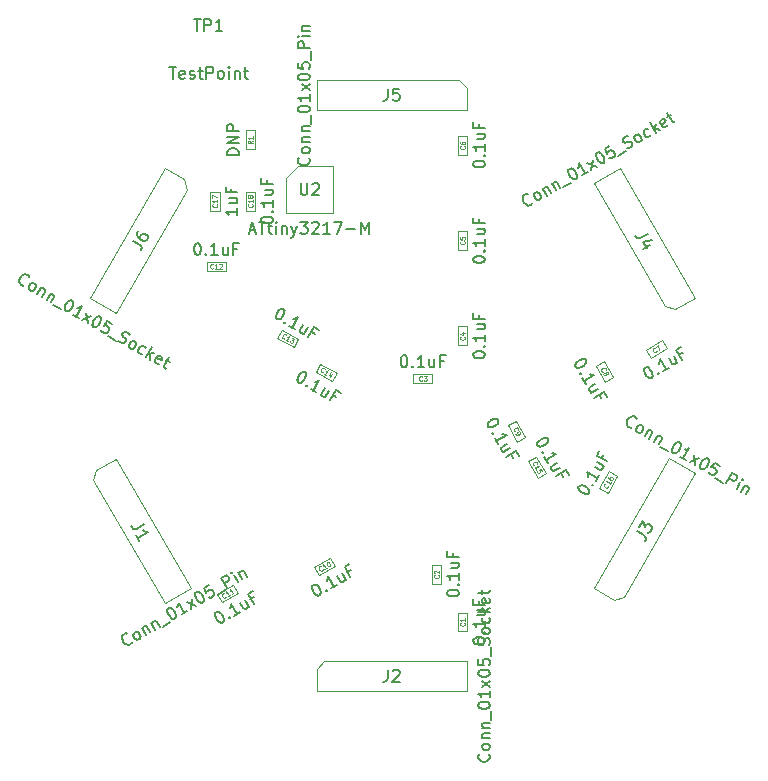
<source format=gbr>
%TF.GenerationSoftware,KiCad,Pcbnew,8.0.8*%
%TF.CreationDate,2025-04-07T13:38:17-04:00*%
%TF.ProjectId,pcb_tile_game_tile_ooo,7063625f-7469-46c6-955f-67616d655f74,1.0*%
%TF.SameCoordinates,Original*%
%TF.FileFunction,AssemblyDrawing,Top*%
%FSLAX46Y46*%
G04 Gerber Fmt 4.6, Leading zero omitted, Abs format (unit mm)*
G04 Created by KiCad (PCBNEW 8.0.8) date 2025-04-07 13:38:17*
%MOMM*%
%LPD*%
G01*
G04 APERTURE LIST*
%ADD10C,0.150000*%
%ADD11C,0.060000*%
%ADD12C,0.100000*%
G04 APERTURE END LIST*
D10*
X144744819Y-97605356D02*
X144744819Y-97510118D01*
X144744819Y-97510118D02*
X144792438Y-97414880D01*
X144792438Y-97414880D02*
X144840057Y-97367261D01*
X144840057Y-97367261D02*
X144935295Y-97319642D01*
X144935295Y-97319642D02*
X145125771Y-97272023D01*
X145125771Y-97272023D02*
X145363866Y-97272023D01*
X145363866Y-97272023D02*
X145554342Y-97319642D01*
X145554342Y-97319642D02*
X145649580Y-97367261D01*
X145649580Y-97367261D02*
X145697200Y-97414880D01*
X145697200Y-97414880D02*
X145744819Y-97510118D01*
X145744819Y-97510118D02*
X145744819Y-97605356D01*
X145744819Y-97605356D02*
X145697200Y-97700594D01*
X145697200Y-97700594D02*
X145649580Y-97748213D01*
X145649580Y-97748213D02*
X145554342Y-97795832D01*
X145554342Y-97795832D02*
X145363866Y-97843451D01*
X145363866Y-97843451D02*
X145125771Y-97843451D01*
X145125771Y-97843451D02*
X144935295Y-97795832D01*
X144935295Y-97795832D02*
X144840057Y-97748213D01*
X144840057Y-97748213D02*
X144792438Y-97700594D01*
X144792438Y-97700594D02*
X144744819Y-97605356D01*
X145649580Y-96843451D02*
X145697200Y-96795832D01*
X145697200Y-96795832D02*
X145744819Y-96843451D01*
X145744819Y-96843451D02*
X145697200Y-96891070D01*
X145697200Y-96891070D02*
X145649580Y-96843451D01*
X145649580Y-96843451D02*
X145744819Y-96843451D01*
X145744819Y-95843452D02*
X145744819Y-96414880D01*
X145744819Y-96129166D02*
X144744819Y-96129166D01*
X144744819Y-96129166D02*
X144887676Y-96224404D01*
X144887676Y-96224404D02*
X144982914Y-96319642D01*
X144982914Y-96319642D02*
X145030533Y-96414880D01*
X145078152Y-94986309D02*
X145744819Y-94986309D01*
X145078152Y-95414880D02*
X145601961Y-95414880D01*
X145601961Y-95414880D02*
X145697200Y-95367261D01*
X145697200Y-95367261D02*
X145744819Y-95272023D01*
X145744819Y-95272023D02*
X145744819Y-95129166D01*
X145744819Y-95129166D02*
X145697200Y-95033928D01*
X145697200Y-95033928D02*
X145649580Y-94986309D01*
X145221009Y-94176785D02*
X145221009Y-94510118D01*
X145744819Y-94510118D02*
X144744819Y-94510118D01*
X144744819Y-94510118D02*
X144744819Y-94033928D01*
D11*
X144003832Y-96029166D02*
X144022880Y-96048214D01*
X144022880Y-96048214D02*
X144041927Y-96105356D01*
X144041927Y-96105356D02*
X144041927Y-96143452D01*
X144041927Y-96143452D02*
X144022880Y-96200595D01*
X144022880Y-96200595D02*
X143984784Y-96238690D01*
X143984784Y-96238690D02*
X143946689Y-96257737D01*
X143946689Y-96257737D02*
X143870499Y-96276785D01*
X143870499Y-96276785D02*
X143813356Y-96276785D01*
X143813356Y-96276785D02*
X143737165Y-96257737D01*
X143737165Y-96257737D02*
X143699070Y-96238690D01*
X143699070Y-96238690D02*
X143660975Y-96200595D01*
X143660975Y-96200595D02*
X143641927Y-96143452D01*
X143641927Y-96143452D02*
X143641927Y-96105356D01*
X143641927Y-96105356D02*
X143660975Y-96048214D01*
X143660975Y-96048214D02*
X143680022Y-96029166D01*
X143680022Y-95876785D02*
X143660975Y-95857737D01*
X143660975Y-95857737D02*
X143641927Y-95819642D01*
X143641927Y-95819642D02*
X143641927Y-95724404D01*
X143641927Y-95724404D02*
X143660975Y-95686309D01*
X143660975Y-95686309D02*
X143680022Y-95667261D01*
X143680022Y-95667261D02*
X143718118Y-95648214D01*
X143718118Y-95648214D02*
X143756213Y-95648214D01*
X143756213Y-95648214D02*
X143813356Y-95667261D01*
X143813356Y-95667261D02*
X144041927Y-95895833D01*
X144041927Y-95895833D02*
X144041927Y-95648214D01*
D10*
X132647887Y-78813598D02*
X132730366Y-78861217D01*
X132730366Y-78861217D02*
X132789035Y-78950075D01*
X132789035Y-78950075D02*
X132806465Y-79015124D01*
X132806465Y-79015124D02*
X132800085Y-79121412D01*
X132800085Y-79121412D02*
X132746086Y-79310179D01*
X132746086Y-79310179D02*
X132627039Y-79516375D01*
X132627039Y-79516375D02*
X132490561Y-79657523D01*
X132490561Y-79657523D02*
X132401703Y-79716192D01*
X132401703Y-79716192D02*
X132336654Y-79733622D01*
X132336654Y-79733622D02*
X132230366Y-79727242D01*
X132230366Y-79727242D02*
X132147887Y-79679623D01*
X132147887Y-79679623D02*
X132089218Y-79590765D01*
X132089218Y-79590765D02*
X132071789Y-79525716D01*
X132071789Y-79525716D02*
X132078168Y-79419428D01*
X132078168Y-79419428D02*
X132132167Y-79230661D01*
X132132167Y-79230661D02*
X132251215Y-79024464D01*
X132251215Y-79024464D02*
X132387692Y-78883317D01*
X132387692Y-78883317D02*
X132476550Y-78824648D01*
X132476550Y-78824648D02*
X132541599Y-78807218D01*
X132541599Y-78807218D02*
X132647887Y-78813598D01*
X132855335Y-79978097D02*
X132872765Y-80043146D01*
X132872765Y-80043146D02*
X132807716Y-80060575D01*
X132807716Y-80060575D02*
X132790287Y-79995527D01*
X132790287Y-79995527D02*
X132855335Y-79978097D01*
X132855335Y-79978097D02*
X132807716Y-80060575D01*
X133673741Y-80560575D02*
X133178870Y-80274861D01*
X133426306Y-80417718D02*
X133926306Y-79551693D01*
X133926306Y-79551693D02*
X133772398Y-79627792D01*
X133772398Y-79627792D02*
X133642301Y-79662651D01*
X133642301Y-79662651D02*
X133536013Y-79656271D01*
X134749382Y-80411796D02*
X134416049Y-80989147D01*
X134378228Y-80197511D02*
X134116324Y-80651143D01*
X134116324Y-80651143D02*
X134109944Y-80757431D01*
X134109944Y-80757431D02*
X134168613Y-80846290D01*
X134168613Y-80846290D02*
X134292331Y-80917718D01*
X134292331Y-80917718D02*
X134398619Y-80924098D01*
X134398619Y-80924098D02*
X134463668Y-80906668D01*
X135379022Y-80940276D02*
X135090347Y-80773610D01*
X134828442Y-81227242D02*
X135328442Y-80361217D01*
X135328442Y-80361217D02*
X135740835Y-80599312D01*
D11*
X134218444Y-78864742D02*
X134192425Y-78871714D01*
X134192425Y-78871714D02*
X134133414Y-78859638D01*
X134133414Y-78859638D02*
X134100422Y-78840590D01*
X134100422Y-78840590D02*
X134060459Y-78795523D01*
X134060459Y-78795523D02*
X134046515Y-78743484D01*
X134046515Y-78743484D02*
X134049067Y-78700969D01*
X134049067Y-78700969D02*
X134070667Y-78625462D01*
X134070667Y-78625462D02*
X134099238Y-78575975D01*
X134099238Y-78575975D02*
X134153829Y-78519516D01*
X134153829Y-78519516D02*
X134189372Y-78496048D01*
X134189372Y-78496048D02*
X134241411Y-78482104D01*
X134241411Y-78482104D02*
X134300422Y-78494180D01*
X134300422Y-78494180D02*
X134333414Y-78513228D01*
X134333414Y-78513228D02*
X134373377Y-78558295D01*
X134373377Y-78558295D02*
X134380349Y-78584314D01*
X134529311Y-79088209D02*
X134331363Y-78973924D01*
X134430337Y-79031067D02*
X134630337Y-78684656D01*
X134630337Y-78684656D02*
X134568774Y-78715096D01*
X134568774Y-78715096D02*
X134516735Y-78729040D01*
X134516735Y-78729040D02*
X134474220Y-78726488D01*
X134959567Y-79028698D02*
X134826234Y-79259638D01*
X134953279Y-78849113D02*
X134727943Y-79048930D01*
X134727943Y-79048930D02*
X134942388Y-79172739D01*
D10*
X141054643Y-77424819D02*
X141149881Y-77424819D01*
X141149881Y-77424819D02*
X141245119Y-77472438D01*
X141245119Y-77472438D02*
X141292738Y-77520057D01*
X141292738Y-77520057D02*
X141340357Y-77615295D01*
X141340357Y-77615295D02*
X141387976Y-77805771D01*
X141387976Y-77805771D02*
X141387976Y-78043866D01*
X141387976Y-78043866D02*
X141340357Y-78234342D01*
X141340357Y-78234342D02*
X141292738Y-78329580D01*
X141292738Y-78329580D02*
X141245119Y-78377200D01*
X141245119Y-78377200D02*
X141149881Y-78424819D01*
X141149881Y-78424819D02*
X141054643Y-78424819D01*
X141054643Y-78424819D02*
X140959405Y-78377200D01*
X140959405Y-78377200D02*
X140911786Y-78329580D01*
X140911786Y-78329580D02*
X140864167Y-78234342D01*
X140864167Y-78234342D02*
X140816548Y-78043866D01*
X140816548Y-78043866D02*
X140816548Y-77805771D01*
X140816548Y-77805771D02*
X140864167Y-77615295D01*
X140864167Y-77615295D02*
X140911786Y-77520057D01*
X140911786Y-77520057D02*
X140959405Y-77472438D01*
X140959405Y-77472438D02*
X141054643Y-77424819D01*
X141816548Y-78329580D02*
X141864167Y-78377200D01*
X141864167Y-78377200D02*
X141816548Y-78424819D01*
X141816548Y-78424819D02*
X141768929Y-78377200D01*
X141768929Y-78377200D02*
X141816548Y-78329580D01*
X141816548Y-78329580D02*
X141816548Y-78424819D01*
X142816547Y-78424819D02*
X142245119Y-78424819D01*
X142530833Y-78424819D02*
X142530833Y-77424819D01*
X142530833Y-77424819D02*
X142435595Y-77567676D01*
X142435595Y-77567676D02*
X142340357Y-77662914D01*
X142340357Y-77662914D02*
X142245119Y-77710533D01*
X143673690Y-77758152D02*
X143673690Y-78424819D01*
X143245119Y-77758152D02*
X143245119Y-78281961D01*
X143245119Y-78281961D02*
X143292738Y-78377200D01*
X143292738Y-78377200D02*
X143387976Y-78424819D01*
X143387976Y-78424819D02*
X143530833Y-78424819D01*
X143530833Y-78424819D02*
X143626071Y-78377200D01*
X143626071Y-78377200D02*
X143673690Y-78329580D01*
X144483214Y-77901009D02*
X144149881Y-77901009D01*
X144149881Y-78424819D02*
X144149881Y-77424819D01*
X144149881Y-77424819D02*
X144626071Y-77424819D01*
D11*
X142630833Y-79543832D02*
X142611785Y-79562880D01*
X142611785Y-79562880D02*
X142554643Y-79581927D01*
X142554643Y-79581927D02*
X142516547Y-79581927D01*
X142516547Y-79581927D02*
X142459404Y-79562880D01*
X142459404Y-79562880D02*
X142421309Y-79524784D01*
X142421309Y-79524784D02*
X142402262Y-79486689D01*
X142402262Y-79486689D02*
X142383214Y-79410499D01*
X142383214Y-79410499D02*
X142383214Y-79353356D01*
X142383214Y-79353356D02*
X142402262Y-79277165D01*
X142402262Y-79277165D02*
X142421309Y-79239070D01*
X142421309Y-79239070D02*
X142459404Y-79200975D01*
X142459404Y-79200975D02*
X142516547Y-79181927D01*
X142516547Y-79181927D02*
X142554643Y-79181927D01*
X142554643Y-79181927D02*
X142611785Y-79200975D01*
X142611785Y-79200975D02*
X142630833Y-79220022D01*
X142764166Y-79181927D02*
X143011785Y-79181927D01*
X143011785Y-79181927D02*
X142878452Y-79334308D01*
X142878452Y-79334308D02*
X142935595Y-79334308D01*
X142935595Y-79334308D02*
X142973690Y-79353356D01*
X142973690Y-79353356D02*
X142992738Y-79372403D01*
X142992738Y-79372403D02*
X143011785Y-79410499D01*
X143011785Y-79410499D02*
X143011785Y-79505737D01*
X143011785Y-79505737D02*
X142992738Y-79543832D01*
X142992738Y-79543832D02*
X142973690Y-79562880D01*
X142973690Y-79562880D02*
X142935595Y-79581927D01*
X142935595Y-79581927D02*
X142821309Y-79581927D01*
X142821309Y-79581927D02*
X142783214Y-79562880D01*
X142783214Y-79562880D02*
X142764166Y-79543832D01*
D10*
X148269580Y-111195239D02*
X148317200Y-111242858D01*
X148317200Y-111242858D02*
X148364819Y-111385715D01*
X148364819Y-111385715D02*
X148364819Y-111480953D01*
X148364819Y-111480953D02*
X148317200Y-111623810D01*
X148317200Y-111623810D02*
X148221961Y-111719048D01*
X148221961Y-111719048D02*
X148126723Y-111766667D01*
X148126723Y-111766667D02*
X147936247Y-111814286D01*
X147936247Y-111814286D02*
X147793390Y-111814286D01*
X147793390Y-111814286D02*
X147602914Y-111766667D01*
X147602914Y-111766667D02*
X147507676Y-111719048D01*
X147507676Y-111719048D02*
X147412438Y-111623810D01*
X147412438Y-111623810D02*
X147364819Y-111480953D01*
X147364819Y-111480953D02*
X147364819Y-111385715D01*
X147364819Y-111385715D02*
X147412438Y-111242858D01*
X147412438Y-111242858D02*
X147460057Y-111195239D01*
X148364819Y-110623810D02*
X148317200Y-110719048D01*
X148317200Y-110719048D02*
X148269580Y-110766667D01*
X148269580Y-110766667D02*
X148174342Y-110814286D01*
X148174342Y-110814286D02*
X147888628Y-110814286D01*
X147888628Y-110814286D02*
X147793390Y-110766667D01*
X147793390Y-110766667D02*
X147745771Y-110719048D01*
X147745771Y-110719048D02*
X147698152Y-110623810D01*
X147698152Y-110623810D02*
X147698152Y-110480953D01*
X147698152Y-110480953D02*
X147745771Y-110385715D01*
X147745771Y-110385715D02*
X147793390Y-110338096D01*
X147793390Y-110338096D02*
X147888628Y-110290477D01*
X147888628Y-110290477D02*
X148174342Y-110290477D01*
X148174342Y-110290477D02*
X148269580Y-110338096D01*
X148269580Y-110338096D02*
X148317200Y-110385715D01*
X148317200Y-110385715D02*
X148364819Y-110480953D01*
X148364819Y-110480953D02*
X148364819Y-110623810D01*
X147698152Y-109861905D02*
X148364819Y-109861905D01*
X147793390Y-109861905D02*
X147745771Y-109814286D01*
X147745771Y-109814286D02*
X147698152Y-109719048D01*
X147698152Y-109719048D02*
X147698152Y-109576191D01*
X147698152Y-109576191D02*
X147745771Y-109480953D01*
X147745771Y-109480953D02*
X147841009Y-109433334D01*
X147841009Y-109433334D02*
X148364819Y-109433334D01*
X147698152Y-108957143D02*
X148364819Y-108957143D01*
X147793390Y-108957143D02*
X147745771Y-108909524D01*
X147745771Y-108909524D02*
X147698152Y-108814286D01*
X147698152Y-108814286D02*
X147698152Y-108671429D01*
X147698152Y-108671429D02*
X147745771Y-108576191D01*
X147745771Y-108576191D02*
X147841009Y-108528572D01*
X147841009Y-108528572D02*
X148364819Y-108528572D01*
X148460057Y-108290477D02*
X148460057Y-107528572D01*
X147364819Y-107100000D02*
X147364819Y-107004762D01*
X147364819Y-107004762D02*
X147412438Y-106909524D01*
X147412438Y-106909524D02*
X147460057Y-106861905D01*
X147460057Y-106861905D02*
X147555295Y-106814286D01*
X147555295Y-106814286D02*
X147745771Y-106766667D01*
X147745771Y-106766667D02*
X147983866Y-106766667D01*
X147983866Y-106766667D02*
X148174342Y-106814286D01*
X148174342Y-106814286D02*
X148269580Y-106861905D01*
X148269580Y-106861905D02*
X148317200Y-106909524D01*
X148317200Y-106909524D02*
X148364819Y-107004762D01*
X148364819Y-107004762D02*
X148364819Y-107100000D01*
X148364819Y-107100000D02*
X148317200Y-107195238D01*
X148317200Y-107195238D02*
X148269580Y-107242857D01*
X148269580Y-107242857D02*
X148174342Y-107290476D01*
X148174342Y-107290476D02*
X147983866Y-107338095D01*
X147983866Y-107338095D02*
X147745771Y-107338095D01*
X147745771Y-107338095D02*
X147555295Y-107290476D01*
X147555295Y-107290476D02*
X147460057Y-107242857D01*
X147460057Y-107242857D02*
X147412438Y-107195238D01*
X147412438Y-107195238D02*
X147364819Y-107100000D01*
X148364819Y-105814286D02*
X148364819Y-106385714D01*
X148364819Y-106100000D02*
X147364819Y-106100000D01*
X147364819Y-106100000D02*
X147507676Y-106195238D01*
X147507676Y-106195238D02*
X147602914Y-106290476D01*
X147602914Y-106290476D02*
X147650533Y-106385714D01*
X148364819Y-105480952D02*
X147698152Y-104957143D01*
X147698152Y-105480952D02*
X148364819Y-104957143D01*
X147364819Y-104385714D02*
X147364819Y-104290476D01*
X147364819Y-104290476D02*
X147412438Y-104195238D01*
X147412438Y-104195238D02*
X147460057Y-104147619D01*
X147460057Y-104147619D02*
X147555295Y-104100000D01*
X147555295Y-104100000D02*
X147745771Y-104052381D01*
X147745771Y-104052381D02*
X147983866Y-104052381D01*
X147983866Y-104052381D02*
X148174342Y-104100000D01*
X148174342Y-104100000D02*
X148269580Y-104147619D01*
X148269580Y-104147619D02*
X148317200Y-104195238D01*
X148317200Y-104195238D02*
X148364819Y-104290476D01*
X148364819Y-104290476D02*
X148364819Y-104385714D01*
X148364819Y-104385714D02*
X148317200Y-104480952D01*
X148317200Y-104480952D02*
X148269580Y-104528571D01*
X148269580Y-104528571D02*
X148174342Y-104576190D01*
X148174342Y-104576190D02*
X147983866Y-104623809D01*
X147983866Y-104623809D02*
X147745771Y-104623809D01*
X147745771Y-104623809D02*
X147555295Y-104576190D01*
X147555295Y-104576190D02*
X147460057Y-104528571D01*
X147460057Y-104528571D02*
X147412438Y-104480952D01*
X147412438Y-104480952D02*
X147364819Y-104385714D01*
X147364819Y-103147619D02*
X147364819Y-103623809D01*
X147364819Y-103623809D02*
X147841009Y-103671428D01*
X147841009Y-103671428D02*
X147793390Y-103623809D01*
X147793390Y-103623809D02*
X147745771Y-103528571D01*
X147745771Y-103528571D02*
X147745771Y-103290476D01*
X147745771Y-103290476D02*
X147793390Y-103195238D01*
X147793390Y-103195238D02*
X147841009Y-103147619D01*
X147841009Y-103147619D02*
X147936247Y-103100000D01*
X147936247Y-103100000D02*
X148174342Y-103100000D01*
X148174342Y-103100000D02*
X148269580Y-103147619D01*
X148269580Y-103147619D02*
X148317200Y-103195238D01*
X148317200Y-103195238D02*
X148364819Y-103290476D01*
X148364819Y-103290476D02*
X148364819Y-103528571D01*
X148364819Y-103528571D02*
X148317200Y-103623809D01*
X148317200Y-103623809D02*
X148269580Y-103671428D01*
X148460057Y-102909524D02*
X148460057Y-102147619D01*
X148317200Y-101957142D02*
X148364819Y-101814285D01*
X148364819Y-101814285D02*
X148364819Y-101576190D01*
X148364819Y-101576190D02*
X148317200Y-101480952D01*
X148317200Y-101480952D02*
X148269580Y-101433333D01*
X148269580Y-101433333D02*
X148174342Y-101385714D01*
X148174342Y-101385714D02*
X148079104Y-101385714D01*
X148079104Y-101385714D02*
X147983866Y-101433333D01*
X147983866Y-101433333D02*
X147936247Y-101480952D01*
X147936247Y-101480952D02*
X147888628Y-101576190D01*
X147888628Y-101576190D02*
X147841009Y-101766666D01*
X147841009Y-101766666D02*
X147793390Y-101861904D01*
X147793390Y-101861904D02*
X147745771Y-101909523D01*
X147745771Y-101909523D02*
X147650533Y-101957142D01*
X147650533Y-101957142D02*
X147555295Y-101957142D01*
X147555295Y-101957142D02*
X147460057Y-101909523D01*
X147460057Y-101909523D02*
X147412438Y-101861904D01*
X147412438Y-101861904D02*
X147364819Y-101766666D01*
X147364819Y-101766666D02*
X147364819Y-101528571D01*
X147364819Y-101528571D02*
X147412438Y-101385714D01*
X148364819Y-100814285D02*
X148317200Y-100909523D01*
X148317200Y-100909523D02*
X148269580Y-100957142D01*
X148269580Y-100957142D02*
X148174342Y-101004761D01*
X148174342Y-101004761D02*
X147888628Y-101004761D01*
X147888628Y-101004761D02*
X147793390Y-100957142D01*
X147793390Y-100957142D02*
X147745771Y-100909523D01*
X147745771Y-100909523D02*
X147698152Y-100814285D01*
X147698152Y-100814285D02*
X147698152Y-100671428D01*
X147698152Y-100671428D02*
X147745771Y-100576190D01*
X147745771Y-100576190D02*
X147793390Y-100528571D01*
X147793390Y-100528571D02*
X147888628Y-100480952D01*
X147888628Y-100480952D02*
X148174342Y-100480952D01*
X148174342Y-100480952D02*
X148269580Y-100528571D01*
X148269580Y-100528571D02*
X148317200Y-100576190D01*
X148317200Y-100576190D02*
X148364819Y-100671428D01*
X148364819Y-100671428D02*
X148364819Y-100814285D01*
X148317200Y-99623809D02*
X148364819Y-99719047D01*
X148364819Y-99719047D02*
X148364819Y-99909523D01*
X148364819Y-99909523D02*
X148317200Y-100004761D01*
X148317200Y-100004761D02*
X148269580Y-100052380D01*
X148269580Y-100052380D02*
X148174342Y-100099999D01*
X148174342Y-100099999D02*
X147888628Y-100099999D01*
X147888628Y-100099999D02*
X147793390Y-100052380D01*
X147793390Y-100052380D02*
X147745771Y-100004761D01*
X147745771Y-100004761D02*
X147698152Y-99909523D01*
X147698152Y-99909523D02*
X147698152Y-99719047D01*
X147698152Y-99719047D02*
X147745771Y-99623809D01*
X148364819Y-99195237D02*
X147364819Y-99195237D01*
X147983866Y-99099999D02*
X148364819Y-98814285D01*
X147698152Y-98814285D02*
X148079104Y-99195237D01*
X148317200Y-98004761D02*
X148364819Y-98099999D01*
X148364819Y-98099999D02*
X148364819Y-98290475D01*
X148364819Y-98290475D02*
X148317200Y-98385713D01*
X148317200Y-98385713D02*
X148221961Y-98433332D01*
X148221961Y-98433332D02*
X147841009Y-98433332D01*
X147841009Y-98433332D02*
X147745771Y-98385713D01*
X147745771Y-98385713D02*
X147698152Y-98290475D01*
X147698152Y-98290475D02*
X147698152Y-98099999D01*
X147698152Y-98099999D02*
X147745771Y-98004761D01*
X147745771Y-98004761D02*
X147841009Y-97957142D01*
X147841009Y-97957142D02*
X147936247Y-97957142D01*
X147936247Y-97957142D02*
X148031485Y-98433332D01*
X147698152Y-97671427D02*
X147698152Y-97290475D01*
X147364819Y-97528570D02*
X148221961Y-97528570D01*
X148221961Y-97528570D02*
X148317200Y-97480951D01*
X148317200Y-97480951D02*
X148364819Y-97385713D01*
X148364819Y-97385713D02*
X148364819Y-97290475D01*
X139726666Y-104054819D02*
X139726666Y-104769104D01*
X139726666Y-104769104D02*
X139679047Y-104911961D01*
X139679047Y-104911961D02*
X139583809Y-105007200D01*
X139583809Y-105007200D02*
X139440952Y-105054819D01*
X139440952Y-105054819D02*
X139345714Y-105054819D01*
X140155238Y-104150057D02*
X140202857Y-104102438D01*
X140202857Y-104102438D02*
X140298095Y-104054819D01*
X140298095Y-104054819D02*
X140536190Y-104054819D01*
X140536190Y-104054819D02*
X140631428Y-104102438D01*
X140631428Y-104102438D02*
X140679047Y-104150057D01*
X140679047Y-104150057D02*
X140726666Y-104245295D01*
X140726666Y-104245295D02*
X140726666Y-104340533D01*
X140726666Y-104340533D02*
X140679047Y-104483390D01*
X140679047Y-104483390D02*
X140107619Y-105054819D01*
X140107619Y-105054819D02*
X140726666Y-105054819D01*
X127124205Y-60473213D02*
X126124205Y-60473213D01*
X126124205Y-60473213D02*
X126124205Y-60235118D01*
X126124205Y-60235118D02*
X126171824Y-60092261D01*
X126171824Y-60092261D02*
X126267062Y-59997023D01*
X126267062Y-59997023D02*
X126362300Y-59949404D01*
X126362300Y-59949404D02*
X126552776Y-59901785D01*
X126552776Y-59901785D02*
X126695633Y-59901785D01*
X126695633Y-59901785D02*
X126886109Y-59949404D01*
X126886109Y-59949404D02*
X126981347Y-59997023D01*
X126981347Y-59997023D02*
X127076586Y-60092261D01*
X127076586Y-60092261D02*
X127124205Y-60235118D01*
X127124205Y-60235118D02*
X127124205Y-60473213D01*
X127124205Y-59473213D02*
X126124205Y-59473213D01*
X126124205Y-59473213D02*
X127124205Y-58901785D01*
X127124205Y-58901785D02*
X126124205Y-58901785D01*
X127124205Y-58425594D02*
X126124205Y-58425594D01*
X126124205Y-58425594D02*
X126124205Y-58044642D01*
X126124205Y-58044642D02*
X126171824Y-57949404D01*
X126171824Y-57949404D02*
X126219443Y-57901785D01*
X126219443Y-57901785D02*
X126314681Y-57854166D01*
X126314681Y-57854166D02*
X126457538Y-57854166D01*
X126457538Y-57854166D02*
X126552776Y-57901785D01*
X126552776Y-57901785D02*
X126600395Y-57949404D01*
X126600395Y-57949404D02*
X126648014Y-58044642D01*
X126648014Y-58044642D02*
X126648014Y-58425594D01*
D11*
X128281313Y-59254166D02*
X128090837Y-59387499D01*
X128281313Y-59482737D02*
X127881313Y-59482737D01*
X127881313Y-59482737D02*
X127881313Y-59330356D01*
X127881313Y-59330356D02*
X127900361Y-59292261D01*
X127900361Y-59292261D02*
X127919408Y-59273214D01*
X127919408Y-59273214D02*
X127957504Y-59254166D01*
X127957504Y-59254166D02*
X128014646Y-59254166D01*
X128014646Y-59254166D02*
X128052742Y-59273214D01*
X128052742Y-59273214D02*
X128071789Y-59292261D01*
X128071789Y-59292261D02*
X128090837Y-59330356D01*
X128090837Y-59330356D02*
X128090837Y-59482737D01*
X128281313Y-58873214D02*
X128281313Y-59101785D01*
X128281313Y-58987499D02*
X127881313Y-58987499D01*
X127881313Y-58987499D02*
X127938456Y-59025595D01*
X127938456Y-59025595D02*
X127976551Y-59063690D01*
X127976551Y-59063690D02*
X127995599Y-59101785D01*
D10*
X125179653Y-99187703D02*
X125262132Y-99140084D01*
X125262132Y-99140084D02*
X125368420Y-99133704D01*
X125368420Y-99133704D02*
X125433469Y-99151134D01*
X125433469Y-99151134D02*
X125522327Y-99209803D01*
X125522327Y-99209803D02*
X125658805Y-99350951D01*
X125658805Y-99350951D02*
X125777852Y-99557148D01*
X125777852Y-99557148D02*
X125831851Y-99745914D01*
X125831851Y-99745914D02*
X125838231Y-99852202D01*
X125838231Y-99852202D02*
X125820801Y-99917251D01*
X125820801Y-99917251D02*
X125762132Y-100006110D01*
X125762132Y-100006110D02*
X125679653Y-100053729D01*
X125679653Y-100053729D02*
X125573365Y-100060108D01*
X125573365Y-100060108D02*
X125508317Y-100042679D01*
X125508317Y-100042679D02*
X125419458Y-99984010D01*
X125419458Y-99984010D02*
X125282981Y-99842862D01*
X125282981Y-99842862D02*
X125163933Y-99636665D01*
X125163933Y-99636665D02*
X125109934Y-99447899D01*
X125109934Y-99447899D02*
X125103555Y-99341610D01*
X125103555Y-99341610D02*
X125120984Y-99276562D01*
X125120984Y-99276562D02*
X125179653Y-99187703D01*
X126291863Y-99590298D02*
X126356912Y-99607727D01*
X126356912Y-99607727D02*
X126339482Y-99672776D01*
X126339482Y-99672776D02*
X126274434Y-99655346D01*
X126274434Y-99655346D02*
X126291863Y-99590298D01*
X126291863Y-99590298D02*
X126339482Y-99672776D01*
X127205507Y-99172776D02*
X126710636Y-99458491D01*
X126958072Y-99315634D02*
X126458072Y-98449608D01*
X126458072Y-98449608D02*
X126447022Y-98620945D01*
X126447022Y-98620945D02*
X126412162Y-98751043D01*
X126412162Y-98751043D02*
X126353493Y-98839901D01*
X127614482Y-98166855D02*
X127947815Y-98744205D01*
X127243328Y-98381140D02*
X127505233Y-98834773D01*
X127505233Y-98834773D02*
X127594091Y-98893442D01*
X127594091Y-98893442D02*
X127700379Y-98887062D01*
X127700379Y-98887062D02*
X127824097Y-98815634D01*
X127824097Y-98815634D02*
X127882766Y-98726775D01*
X127882766Y-98726775D02*
X127900196Y-98661726D01*
X128386978Y-97885811D02*
X128098303Y-98052477D01*
X128360208Y-98506110D02*
X127860208Y-97640084D01*
X127860208Y-97640084D02*
X128272601Y-97401989D01*
D11*
X126009224Y-97853133D02*
X126002252Y-97879153D01*
X126002252Y-97879153D02*
X125962289Y-97924220D01*
X125962289Y-97924220D02*
X125929297Y-97943268D01*
X125929297Y-97943268D02*
X125870286Y-97955343D01*
X125870286Y-97955343D02*
X125818247Y-97941399D01*
X125818247Y-97941399D02*
X125782704Y-97917932D01*
X125782704Y-97917932D02*
X125728113Y-97861473D01*
X125728113Y-97861473D02*
X125699541Y-97811986D01*
X125699541Y-97811986D02*
X125677942Y-97736479D01*
X125677942Y-97736479D02*
X125675390Y-97693964D01*
X125675390Y-97693964D02*
X125689334Y-97641925D01*
X125689334Y-97641925D02*
X125729297Y-97596857D01*
X125729297Y-97596857D02*
X125762289Y-97577810D01*
X125762289Y-97577810D02*
X125821299Y-97565734D01*
X125821299Y-97565734D02*
X125847319Y-97572706D01*
X126358186Y-97695648D02*
X126160237Y-97809934D01*
X126259212Y-97752791D02*
X126059212Y-97406381D01*
X126059212Y-97406381D02*
X126054791Y-97474916D01*
X126054791Y-97474916D02*
X126040848Y-97526955D01*
X126040848Y-97526955D02*
X126017380Y-97562498D01*
X126688100Y-97505172D02*
X126490151Y-97619458D01*
X126589126Y-97562315D02*
X126389126Y-97215905D01*
X126389126Y-97215905D02*
X126384706Y-97284440D01*
X126384706Y-97284440D02*
X126370762Y-97336479D01*
X126370762Y-97336479D02*
X126347294Y-97372022D01*
D10*
X128984205Y-66017856D02*
X128984205Y-65922618D01*
X128984205Y-65922618D02*
X129031824Y-65827380D01*
X129031824Y-65827380D02*
X129079443Y-65779761D01*
X129079443Y-65779761D02*
X129174681Y-65732142D01*
X129174681Y-65732142D02*
X129365157Y-65684523D01*
X129365157Y-65684523D02*
X129603252Y-65684523D01*
X129603252Y-65684523D02*
X129793728Y-65732142D01*
X129793728Y-65732142D02*
X129888966Y-65779761D01*
X129888966Y-65779761D02*
X129936586Y-65827380D01*
X129936586Y-65827380D02*
X129984205Y-65922618D01*
X129984205Y-65922618D02*
X129984205Y-66017856D01*
X129984205Y-66017856D02*
X129936586Y-66113094D01*
X129936586Y-66113094D02*
X129888966Y-66160713D01*
X129888966Y-66160713D02*
X129793728Y-66208332D01*
X129793728Y-66208332D02*
X129603252Y-66255951D01*
X129603252Y-66255951D02*
X129365157Y-66255951D01*
X129365157Y-66255951D02*
X129174681Y-66208332D01*
X129174681Y-66208332D02*
X129079443Y-66160713D01*
X129079443Y-66160713D02*
X129031824Y-66113094D01*
X129031824Y-66113094D02*
X128984205Y-66017856D01*
X129888966Y-65255951D02*
X129936586Y-65208332D01*
X129936586Y-65208332D02*
X129984205Y-65255951D01*
X129984205Y-65255951D02*
X129936586Y-65303570D01*
X129936586Y-65303570D02*
X129888966Y-65255951D01*
X129888966Y-65255951D02*
X129984205Y-65255951D01*
X129984205Y-64255952D02*
X129984205Y-64827380D01*
X129984205Y-64541666D02*
X128984205Y-64541666D01*
X128984205Y-64541666D02*
X129127062Y-64636904D01*
X129127062Y-64636904D02*
X129222300Y-64732142D01*
X129222300Y-64732142D02*
X129269919Y-64827380D01*
X129317538Y-63398809D02*
X129984205Y-63398809D01*
X129317538Y-63827380D02*
X129841347Y-63827380D01*
X129841347Y-63827380D02*
X129936586Y-63779761D01*
X129936586Y-63779761D02*
X129984205Y-63684523D01*
X129984205Y-63684523D02*
X129984205Y-63541666D01*
X129984205Y-63541666D02*
X129936586Y-63446428D01*
X129936586Y-63446428D02*
X129888966Y-63398809D01*
X129460395Y-62589285D02*
X129460395Y-62922618D01*
X129984205Y-62922618D02*
X128984205Y-62922618D01*
X128984205Y-62922618D02*
X128984205Y-62446428D01*
D11*
X128243218Y-64632142D02*
X128262266Y-64651190D01*
X128262266Y-64651190D02*
X128281313Y-64708332D01*
X128281313Y-64708332D02*
X128281313Y-64746428D01*
X128281313Y-64746428D02*
X128262266Y-64803571D01*
X128262266Y-64803571D02*
X128224170Y-64841666D01*
X128224170Y-64841666D02*
X128186075Y-64860713D01*
X128186075Y-64860713D02*
X128109885Y-64879761D01*
X128109885Y-64879761D02*
X128052742Y-64879761D01*
X128052742Y-64879761D02*
X127976551Y-64860713D01*
X127976551Y-64860713D02*
X127938456Y-64841666D01*
X127938456Y-64841666D02*
X127900361Y-64803571D01*
X127900361Y-64803571D02*
X127881313Y-64746428D01*
X127881313Y-64746428D02*
X127881313Y-64708332D01*
X127881313Y-64708332D02*
X127900361Y-64651190D01*
X127900361Y-64651190D02*
X127919408Y-64632142D01*
X128281313Y-64251190D02*
X128281313Y-64479761D01*
X128281313Y-64365475D02*
X127881313Y-64365475D01*
X127881313Y-64365475D02*
X127938456Y-64403571D01*
X127938456Y-64403571D02*
X127976551Y-64441666D01*
X127976551Y-64441666D02*
X127995599Y-64479761D01*
X128052742Y-64022619D02*
X128033694Y-64060714D01*
X128033694Y-64060714D02*
X128014646Y-64079761D01*
X128014646Y-64079761D02*
X127976551Y-64098809D01*
X127976551Y-64098809D02*
X127957504Y-64098809D01*
X127957504Y-64098809D02*
X127919408Y-64079761D01*
X127919408Y-64079761D02*
X127900361Y-64060714D01*
X127900361Y-64060714D02*
X127881313Y-64022619D01*
X127881313Y-64022619D02*
X127881313Y-63946428D01*
X127881313Y-63946428D02*
X127900361Y-63908333D01*
X127900361Y-63908333D02*
X127919408Y-63889285D01*
X127919408Y-63889285D02*
X127957504Y-63870238D01*
X127957504Y-63870238D02*
X127976551Y-63870238D01*
X127976551Y-63870238D02*
X128014646Y-63889285D01*
X128014646Y-63889285D02*
X128033694Y-63908333D01*
X128033694Y-63908333D02*
X128052742Y-63946428D01*
X128052742Y-63946428D02*
X128052742Y-64022619D01*
X128052742Y-64022619D02*
X128071789Y-64060714D01*
X128071789Y-64060714D02*
X128090837Y-64079761D01*
X128090837Y-64079761D02*
X128128932Y-64098809D01*
X128128932Y-64098809D02*
X128205123Y-64098809D01*
X128205123Y-64098809D02*
X128243218Y-64079761D01*
X128243218Y-64079761D02*
X128262266Y-64060714D01*
X128262266Y-64060714D02*
X128281313Y-64022619D01*
X128281313Y-64022619D02*
X128281313Y-63946428D01*
X128281313Y-63946428D02*
X128262266Y-63908333D01*
X128262266Y-63908333D02*
X128243218Y-63889285D01*
X128243218Y-63889285D02*
X128205123Y-63870238D01*
X128205123Y-63870238D02*
X128128932Y-63870238D01*
X128128932Y-63870238D02*
X128090837Y-63889285D01*
X128090837Y-63889285D02*
X128071789Y-63908333D01*
X128071789Y-63908333D02*
X128052742Y-63946428D01*
D10*
X146944819Y-69352856D02*
X146944819Y-69257618D01*
X146944819Y-69257618D02*
X146992438Y-69162380D01*
X146992438Y-69162380D02*
X147040057Y-69114761D01*
X147040057Y-69114761D02*
X147135295Y-69067142D01*
X147135295Y-69067142D02*
X147325771Y-69019523D01*
X147325771Y-69019523D02*
X147563866Y-69019523D01*
X147563866Y-69019523D02*
X147754342Y-69067142D01*
X147754342Y-69067142D02*
X147849580Y-69114761D01*
X147849580Y-69114761D02*
X147897200Y-69162380D01*
X147897200Y-69162380D02*
X147944819Y-69257618D01*
X147944819Y-69257618D02*
X147944819Y-69352856D01*
X147944819Y-69352856D02*
X147897200Y-69448094D01*
X147897200Y-69448094D02*
X147849580Y-69495713D01*
X147849580Y-69495713D02*
X147754342Y-69543332D01*
X147754342Y-69543332D02*
X147563866Y-69590951D01*
X147563866Y-69590951D02*
X147325771Y-69590951D01*
X147325771Y-69590951D02*
X147135295Y-69543332D01*
X147135295Y-69543332D02*
X147040057Y-69495713D01*
X147040057Y-69495713D02*
X146992438Y-69448094D01*
X146992438Y-69448094D02*
X146944819Y-69352856D01*
X147849580Y-68590951D02*
X147897200Y-68543332D01*
X147897200Y-68543332D02*
X147944819Y-68590951D01*
X147944819Y-68590951D02*
X147897200Y-68638570D01*
X147897200Y-68638570D02*
X147849580Y-68590951D01*
X147849580Y-68590951D02*
X147944819Y-68590951D01*
X147944819Y-67590952D02*
X147944819Y-68162380D01*
X147944819Y-67876666D02*
X146944819Y-67876666D01*
X146944819Y-67876666D02*
X147087676Y-67971904D01*
X147087676Y-67971904D02*
X147182914Y-68067142D01*
X147182914Y-68067142D02*
X147230533Y-68162380D01*
X147278152Y-66733809D02*
X147944819Y-66733809D01*
X147278152Y-67162380D02*
X147801961Y-67162380D01*
X147801961Y-67162380D02*
X147897200Y-67114761D01*
X147897200Y-67114761D02*
X147944819Y-67019523D01*
X147944819Y-67019523D02*
X147944819Y-66876666D01*
X147944819Y-66876666D02*
X147897200Y-66781428D01*
X147897200Y-66781428D02*
X147849580Y-66733809D01*
X147421009Y-65924285D02*
X147421009Y-66257618D01*
X147944819Y-66257618D02*
X146944819Y-66257618D01*
X146944819Y-66257618D02*
X146944819Y-65781428D01*
D11*
X146203832Y-67776666D02*
X146222880Y-67795714D01*
X146222880Y-67795714D02*
X146241927Y-67852856D01*
X146241927Y-67852856D02*
X146241927Y-67890952D01*
X146241927Y-67890952D02*
X146222880Y-67948095D01*
X146222880Y-67948095D02*
X146184784Y-67986190D01*
X146184784Y-67986190D02*
X146146689Y-68005237D01*
X146146689Y-68005237D02*
X146070499Y-68024285D01*
X146070499Y-68024285D02*
X146013356Y-68024285D01*
X146013356Y-68024285D02*
X145937165Y-68005237D01*
X145937165Y-68005237D02*
X145899070Y-67986190D01*
X145899070Y-67986190D02*
X145860975Y-67948095D01*
X145860975Y-67948095D02*
X145841927Y-67890952D01*
X145841927Y-67890952D02*
X145841927Y-67852856D01*
X145841927Y-67852856D02*
X145860975Y-67795714D01*
X145860975Y-67795714D02*
X145880022Y-67776666D01*
X145841927Y-67414761D02*
X145841927Y-67605237D01*
X145841927Y-67605237D02*
X146032403Y-67624285D01*
X146032403Y-67624285D02*
X146013356Y-67605237D01*
X146013356Y-67605237D02*
X145994308Y-67567142D01*
X145994308Y-67567142D02*
X145994308Y-67471904D01*
X145994308Y-67471904D02*
X146013356Y-67433809D01*
X146013356Y-67433809D02*
X146032403Y-67414761D01*
X146032403Y-67414761D02*
X146070499Y-67395714D01*
X146070499Y-67395714D02*
X146165737Y-67395714D01*
X146165737Y-67395714D02*
X146203832Y-67414761D01*
X146203832Y-67414761D02*
X146222880Y-67433809D01*
X146222880Y-67433809D02*
X146241927Y-67471904D01*
X146241927Y-67471904D02*
X146241927Y-67567142D01*
X146241927Y-67567142D02*
X146222880Y-67605237D01*
X146222880Y-67605237D02*
X146203832Y-67624285D01*
D10*
X149041046Y-82872706D02*
X149088665Y-82955185D01*
X149088665Y-82955185D02*
X149095045Y-83061473D01*
X149095045Y-83061473D02*
X149077615Y-83126522D01*
X149077615Y-83126522D02*
X149018946Y-83215380D01*
X149018946Y-83215380D02*
X148877798Y-83351858D01*
X148877798Y-83351858D02*
X148671601Y-83470905D01*
X148671601Y-83470905D02*
X148482835Y-83524904D01*
X148482835Y-83524904D02*
X148376547Y-83531284D01*
X148376547Y-83531284D02*
X148311498Y-83513854D01*
X148311498Y-83513854D02*
X148222639Y-83455185D01*
X148222639Y-83455185D02*
X148175020Y-83372706D01*
X148175020Y-83372706D02*
X148168641Y-83266418D01*
X148168641Y-83266418D02*
X148186070Y-83201370D01*
X148186070Y-83201370D02*
X148244739Y-83112511D01*
X148244739Y-83112511D02*
X148385887Y-82976034D01*
X148385887Y-82976034D02*
X148592084Y-82856986D01*
X148592084Y-82856986D02*
X148780850Y-82802987D01*
X148780850Y-82802987D02*
X148887139Y-82796608D01*
X148887139Y-82796608D02*
X148952187Y-82814037D01*
X148952187Y-82814037D02*
X149041046Y-82872706D01*
X148638451Y-83984916D02*
X148621022Y-84049965D01*
X148621022Y-84049965D02*
X148555973Y-84032535D01*
X148555973Y-84032535D02*
X148573403Y-83967487D01*
X148573403Y-83967487D02*
X148638451Y-83984916D01*
X148638451Y-83984916D02*
X148555973Y-84032535D01*
X149055973Y-84898560D02*
X148770258Y-84403689D01*
X148913115Y-84651125D02*
X149779141Y-84151125D01*
X149779141Y-84151125D02*
X149607804Y-84140075D01*
X149607804Y-84140075D02*
X149477706Y-84105215D01*
X149477706Y-84105215D02*
X149388848Y-84046546D01*
X150061894Y-85307535D02*
X149484544Y-85640868D01*
X149847609Y-84936381D02*
X149393976Y-85198286D01*
X149393976Y-85198286D02*
X149335307Y-85287144D01*
X149335307Y-85287144D02*
X149341687Y-85393432D01*
X149341687Y-85393432D02*
X149413115Y-85517150D01*
X149413115Y-85517150D02*
X149501974Y-85575819D01*
X149501974Y-85575819D02*
X149567023Y-85593249D01*
X150342938Y-86080031D02*
X150176272Y-85791356D01*
X149722639Y-86053261D02*
X150588665Y-85553261D01*
X150588665Y-85553261D02*
X150826760Y-85965654D01*
D11*
X150470854Y-83867234D02*
X150444834Y-83860262D01*
X150444834Y-83860262D02*
X150399767Y-83820299D01*
X150399767Y-83820299D02*
X150380719Y-83787307D01*
X150380719Y-83787307D02*
X150368644Y-83728296D01*
X150368644Y-83728296D02*
X150382588Y-83676257D01*
X150382588Y-83676257D02*
X150406055Y-83640714D01*
X150406055Y-83640714D02*
X150462514Y-83586123D01*
X150462514Y-83586123D02*
X150512001Y-83557551D01*
X150512001Y-83557551D02*
X150587508Y-83535952D01*
X150587508Y-83535952D02*
X150630023Y-83533400D01*
X150630023Y-83533400D02*
X150682062Y-83547344D01*
X150682062Y-83547344D02*
X150727130Y-83587307D01*
X150727130Y-83587307D02*
X150746177Y-83620299D01*
X150746177Y-83620299D02*
X150758253Y-83679310D01*
X150758253Y-83679310D02*
X150751281Y-83705329D01*
X150533100Y-84051239D02*
X150571196Y-84117222D01*
X150571196Y-84117222D02*
X150606739Y-84140689D01*
X150606739Y-84140689D02*
X150632759Y-84147661D01*
X150632759Y-84147661D02*
X150701293Y-84152081D01*
X150701293Y-84152081D02*
X150776800Y-84130482D01*
X150776800Y-84130482D02*
X150908766Y-84054291D01*
X150908766Y-84054291D02*
X150932233Y-84018748D01*
X150932233Y-84018748D02*
X150939205Y-83992728D01*
X150939205Y-83992728D02*
X150936653Y-83950213D01*
X150936653Y-83950213D02*
X150898558Y-83884230D01*
X150898558Y-83884230D02*
X150863015Y-83860762D01*
X150863015Y-83860762D02*
X150836995Y-83853791D01*
X150836995Y-83853791D02*
X150794480Y-83856342D01*
X150794480Y-83856342D02*
X150712001Y-83903962D01*
X150712001Y-83903962D02*
X150688534Y-83939505D01*
X150688534Y-83939505D02*
X150681562Y-83965524D01*
X150681562Y-83965524D02*
X150684114Y-84008040D01*
X150684114Y-84008040D02*
X150722209Y-84074023D01*
X150722209Y-84074023D02*
X150757752Y-84097490D01*
X150757752Y-84097490D02*
X150783772Y-84104462D01*
X150783772Y-84104462D02*
X150826287Y-84101910D01*
D10*
X146944819Y-61280356D02*
X146944819Y-61185118D01*
X146944819Y-61185118D02*
X146992438Y-61089880D01*
X146992438Y-61089880D02*
X147040057Y-61042261D01*
X147040057Y-61042261D02*
X147135295Y-60994642D01*
X147135295Y-60994642D02*
X147325771Y-60947023D01*
X147325771Y-60947023D02*
X147563866Y-60947023D01*
X147563866Y-60947023D02*
X147754342Y-60994642D01*
X147754342Y-60994642D02*
X147849580Y-61042261D01*
X147849580Y-61042261D02*
X147897200Y-61089880D01*
X147897200Y-61089880D02*
X147944819Y-61185118D01*
X147944819Y-61185118D02*
X147944819Y-61280356D01*
X147944819Y-61280356D02*
X147897200Y-61375594D01*
X147897200Y-61375594D02*
X147849580Y-61423213D01*
X147849580Y-61423213D02*
X147754342Y-61470832D01*
X147754342Y-61470832D02*
X147563866Y-61518451D01*
X147563866Y-61518451D02*
X147325771Y-61518451D01*
X147325771Y-61518451D02*
X147135295Y-61470832D01*
X147135295Y-61470832D02*
X147040057Y-61423213D01*
X147040057Y-61423213D02*
X146992438Y-61375594D01*
X146992438Y-61375594D02*
X146944819Y-61280356D01*
X147849580Y-60518451D02*
X147897200Y-60470832D01*
X147897200Y-60470832D02*
X147944819Y-60518451D01*
X147944819Y-60518451D02*
X147897200Y-60566070D01*
X147897200Y-60566070D02*
X147849580Y-60518451D01*
X147849580Y-60518451D02*
X147944819Y-60518451D01*
X147944819Y-59518452D02*
X147944819Y-60089880D01*
X147944819Y-59804166D02*
X146944819Y-59804166D01*
X146944819Y-59804166D02*
X147087676Y-59899404D01*
X147087676Y-59899404D02*
X147182914Y-59994642D01*
X147182914Y-59994642D02*
X147230533Y-60089880D01*
X147278152Y-58661309D02*
X147944819Y-58661309D01*
X147278152Y-59089880D02*
X147801961Y-59089880D01*
X147801961Y-59089880D02*
X147897200Y-59042261D01*
X147897200Y-59042261D02*
X147944819Y-58947023D01*
X147944819Y-58947023D02*
X147944819Y-58804166D01*
X147944819Y-58804166D02*
X147897200Y-58708928D01*
X147897200Y-58708928D02*
X147849580Y-58661309D01*
X147421009Y-57851785D02*
X147421009Y-58185118D01*
X147944819Y-58185118D02*
X146944819Y-58185118D01*
X146944819Y-58185118D02*
X146944819Y-57708928D01*
D11*
X146203832Y-59704166D02*
X146222880Y-59723214D01*
X146222880Y-59723214D02*
X146241927Y-59780356D01*
X146241927Y-59780356D02*
X146241927Y-59818452D01*
X146241927Y-59818452D02*
X146222880Y-59875595D01*
X146222880Y-59875595D02*
X146184784Y-59913690D01*
X146184784Y-59913690D02*
X146146689Y-59932737D01*
X146146689Y-59932737D02*
X146070499Y-59951785D01*
X146070499Y-59951785D02*
X146013356Y-59951785D01*
X146013356Y-59951785D02*
X145937165Y-59932737D01*
X145937165Y-59932737D02*
X145899070Y-59913690D01*
X145899070Y-59913690D02*
X145860975Y-59875595D01*
X145860975Y-59875595D02*
X145841927Y-59818452D01*
X145841927Y-59818452D02*
X145841927Y-59780356D01*
X145841927Y-59780356D02*
X145860975Y-59723214D01*
X145860975Y-59723214D02*
X145880022Y-59704166D01*
X145841927Y-59361309D02*
X145841927Y-59437499D01*
X145841927Y-59437499D02*
X145860975Y-59475595D01*
X145860975Y-59475595D02*
X145880022Y-59494642D01*
X145880022Y-59494642D02*
X145937165Y-59532737D01*
X145937165Y-59532737D02*
X146013356Y-59551785D01*
X146013356Y-59551785D02*
X146165737Y-59551785D01*
X146165737Y-59551785D02*
X146203832Y-59532737D01*
X146203832Y-59532737D02*
X146222880Y-59513690D01*
X146222880Y-59513690D02*
X146241927Y-59475595D01*
X146241927Y-59475595D02*
X146241927Y-59399404D01*
X146241927Y-59399404D02*
X146222880Y-59361309D01*
X146222880Y-59361309D02*
X146203832Y-59342261D01*
X146203832Y-59342261D02*
X146165737Y-59323214D01*
X146165737Y-59323214D02*
X146070499Y-59323214D01*
X146070499Y-59323214D02*
X146032403Y-59342261D01*
X146032403Y-59342261D02*
X146013356Y-59361309D01*
X146013356Y-59361309D02*
X145994308Y-59399404D01*
X145994308Y-59399404D02*
X145994308Y-59475595D01*
X145994308Y-59475595D02*
X146013356Y-59513690D01*
X146013356Y-59513690D02*
X146032403Y-59532737D01*
X146032403Y-59532737D02*
X146070499Y-59551785D01*
D10*
X160387026Y-83529396D02*
X160321977Y-83546825D01*
X160321977Y-83546825D02*
X160174450Y-83516636D01*
X160174450Y-83516636D02*
X160091971Y-83469017D01*
X160091971Y-83469017D02*
X159992063Y-83356349D01*
X159992063Y-83356349D02*
X159957203Y-83226252D01*
X159957203Y-83226252D02*
X159963583Y-83119963D01*
X159963583Y-83119963D02*
X160017582Y-82931197D01*
X160017582Y-82931197D02*
X160089010Y-82807479D01*
X160089010Y-82807479D02*
X160225488Y-82666331D01*
X160225488Y-82666331D02*
X160314346Y-82607662D01*
X160314346Y-82607662D02*
X160444444Y-82572802D01*
X160444444Y-82572802D02*
X160591971Y-82602992D01*
X160591971Y-82602992D02*
X160674450Y-82650611D01*
X160674450Y-82650611D02*
X160774358Y-82763279D01*
X160774358Y-82763279D02*
X160791788Y-82828327D01*
X160834279Y-83897589D02*
X160775610Y-83808730D01*
X160775610Y-83808730D02*
X160758180Y-83743681D01*
X160758180Y-83743681D02*
X160764560Y-83637393D01*
X160764560Y-83637393D02*
X160907417Y-83389957D01*
X160907417Y-83389957D02*
X160996275Y-83331288D01*
X160996275Y-83331288D02*
X161061324Y-83313859D01*
X161061324Y-83313859D02*
X161167612Y-83320238D01*
X161167612Y-83320238D02*
X161291330Y-83391667D01*
X161291330Y-83391667D02*
X161349999Y-83480525D01*
X161349999Y-83480525D02*
X161367429Y-83545574D01*
X161367429Y-83545574D02*
X161361049Y-83651862D01*
X161361049Y-83651862D02*
X161218192Y-83899298D01*
X161218192Y-83899298D02*
X161129334Y-83957967D01*
X161129334Y-83957967D02*
X161064285Y-83975397D01*
X161064285Y-83975397D02*
X160957997Y-83969017D01*
X160957997Y-83969017D02*
X160834279Y-83897589D01*
X161827441Y-83701191D02*
X161494108Y-84278541D01*
X161779822Y-83783669D02*
X161844871Y-83766240D01*
X161844871Y-83766240D02*
X161951159Y-83772619D01*
X161951159Y-83772619D02*
X162074877Y-83844048D01*
X162074877Y-83844048D02*
X162133546Y-83932906D01*
X162133546Y-83932906D02*
X162127166Y-84039194D01*
X162127166Y-84039194D02*
X161865262Y-84492827D01*
X162610988Y-84153572D02*
X162277655Y-84730922D01*
X162563369Y-84236050D02*
X162628418Y-84218621D01*
X162628418Y-84218621D02*
X162734706Y-84225000D01*
X162734706Y-84225000D02*
X162858424Y-84296429D01*
X162858424Y-84296429D02*
X162917093Y-84385287D01*
X162917093Y-84385287D02*
X162910713Y-84491575D01*
X162910713Y-84491575D02*
X162648808Y-84945208D01*
X162807386Y-85146734D02*
X163467215Y-85527686D01*
X164385988Y-84793468D02*
X164468466Y-84841087D01*
X164468466Y-84841087D02*
X164527136Y-84929946D01*
X164527136Y-84929946D02*
X164544565Y-84994994D01*
X164544565Y-84994994D02*
X164538186Y-85101283D01*
X164538186Y-85101283D02*
X164484187Y-85290049D01*
X164484187Y-85290049D02*
X164365139Y-85496246D01*
X164365139Y-85496246D02*
X164228662Y-85637393D01*
X164228662Y-85637393D02*
X164139803Y-85696063D01*
X164139803Y-85696063D02*
X164074755Y-85713492D01*
X164074755Y-85713492D02*
X163968466Y-85707113D01*
X163968466Y-85707113D02*
X163885988Y-85659494D01*
X163885988Y-85659494D02*
X163827319Y-85570635D01*
X163827319Y-85570635D02*
X163809889Y-85505586D01*
X163809889Y-85505586D02*
X163816269Y-85399298D01*
X163816269Y-85399298D02*
X163870267Y-85210532D01*
X163870267Y-85210532D02*
X163989315Y-85004335D01*
X163989315Y-85004335D02*
X164125793Y-84863187D01*
X164125793Y-84863187D02*
X164214651Y-84804518D01*
X164214651Y-84804518D02*
X164279700Y-84787088D01*
X164279700Y-84787088D02*
X164385988Y-84793468D01*
X164999449Y-86302351D02*
X164504577Y-86016636D01*
X164752013Y-86159494D02*
X165252013Y-85293468D01*
X165252013Y-85293468D02*
X165098106Y-85369567D01*
X165098106Y-85369567D02*
X164968008Y-85404427D01*
X164968008Y-85404427D02*
X164861720Y-85398047D01*
X165288124Y-86469017D02*
X166075090Y-86153572D01*
X165621458Y-85891667D02*
X165741757Y-86730922D01*
X166736628Y-86150611D02*
X166819107Y-86198230D01*
X166819107Y-86198230D02*
X166877776Y-86287089D01*
X166877776Y-86287089D02*
X166895206Y-86352137D01*
X166895206Y-86352137D02*
X166888826Y-86458426D01*
X166888826Y-86458426D02*
X166834827Y-86647192D01*
X166834827Y-86647192D02*
X166715780Y-86853389D01*
X166715780Y-86853389D02*
X166579302Y-86994536D01*
X166579302Y-86994536D02*
X166490444Y-87053206D01*
X166490444Y-87053206D02*
X166425395Y-87070635D01*
X166425395Y-87070635D02*
X166319107Y-87064256D01*
X166319107Y-87064256D02*
X166236628Y-87016637D01*
X166236628Y-87016637D02*
X166177959Y-86927778D01*
X166177959Y-86927778D02*
X166160530Y-86862729D01*
X166160530Y-86862729D02*
X166166909Y-86756441D01*
X166166909Y-86756441D02*
X166220908Y-86567675D01*
X166220908Y-86567675D02*
X166339956Y-86361478D01*
X166339956Y-86361478D02*
X166476433Y-86220330D01*
X166476433Y-86220330D02*
X166565291Y-86161661D01*
X166565291Y-86161661D02*
X166630340Y-86144231D01*
X166630340Y-86144231D02*
X166736628Y-86150611D01*
X167808850Y-86769659D02*
X167396457Y-86531564D01*
X167396457Y-86531564D02*
X167117123Y-86920147D01*
X167117123Y-86920147D02*
X167182172Y-86902717D01*
X167182172Y-86902717D02*
X167288460Y-86909097D01*
X167288460Y-86909097D02*
X167494656Y-87028145D01*
X167494656Y-87028145D02*
X167553325Y-87117003D01*
X167553325Y-87117003D02*
X167570755Y-87182052D01*
X167570755Y-87182052D02*
X167564375Y-87288340D01*
X167564375Y-87288340D02*
X167445328Y-87494537D01*
X167445328Y-87494537D02*
X167356469Y-87553206D01*
X167356469Y-87553206D02*
X167291421Y-87570635D01*
X167291421Y-87570635D02*
X167185133Y-87564256D01*
X167185133Y-87564256D02*
X166978936Y-87445208D01*
X166978936Y-87445208D02*
X166920267Y-87356350D01*
X166920267Y-87356350D02*
X166902837Y-87291301D01*
X167467428Y-87837210D02*
X168127257Y-88218163D01*
X168381073Y-88254732D02*
X168881073Y-87388707D01*
X168881073Y-87388707D02*
X169210987Y-87579183D01*
X169210987Y-87579183D02*
X169269656Y-87668041D01*
X169269656Y-87668041D02*
X169287086Y-87733090D01*
X169287086Y-87733090D02*
X169280706Y-87839378D01*
X169280706Y-87839378D02*
X169209278Y-87963096D01*
X169209278Y-87963096D02*
X169120419Y-88021765D01*
X169120419Y-88021765D02*
X169055370Y-88039195D01*
X169055370Y-88039195D02*
X168949082Y-88032815D01*
X168949082Y-88032815D02*
X168619168Y-87842339D01*
X169247098Y-88754732D02*
X169580431Y-88177382D01*
X169747098Y-87888707D02*
X169682049Y-87906136D01*
X169682049Y-87906136D02*
X169699479Y-87971185D01*
X169699479Y-87971185D02*
X169764528Y-87953755D01*
X169764528Y-87953755D02*
X169747098Y-87888707D01*
X169747098Y-87888707D02*
X169699479Y-87971185D01*
X169992824Y-88415477D02*
X169659491Y-88992827D01*
X169945205Y-88497955D02*
X170010254Y-88480526D01*
X170010254Y-88480526D02*
X170116542Y-88486905D01*
X170116542Y-88486905D02*
X170240260Y-88558334D01*
X170240260Y-88558334D02*
X170298929Y-88647192D01*
X170298929Y-88647192D02*
X170292549Y-88753480D01*
X170292549Y-88753480D02*
X170030644Y-89207113D01*
X160821192Y-92306084D02*
X161439782Y-92663227D01*
X161439782Y-92663227D02*
X161539690Y-92775895D01*
X161539690Y-92775895D02*
X161574550Y-92905993D01*
X161574550Y-92905993D02*
X161544360Y-93053520D01*
X161544360Y-93053520D02*
X161496741Y-93135999D01*
X161011669Y-91976170D02*
X161321192Y-91440059D01*
X161321192Y-91440059D02*
X161484440Y-91919210D01*
X161484440Y-91919210D02*
X161555869Y-91795492D01*
X161555869Y-91795492D02*
X161644727Y-91736823D01*
X161644727Y-91736823D02*
X161709776Y-91719393D01*
X161709776Y-91719393D02*
X161816064Y-91725773D01*
X161816064Y-91725773D02*
X162022261Y-91844821D01*
X162022261Y-91844821D02*
X162080930Y-91933679D01*
X162080930Y-91933679D02*
X162098359Y-91998728D01*
X162098359Y-91998728D02*
X162091980Y-92105016D01*
X162091980Y-92105016D02*
X161949122Y-92352452D01*
X161949122Y-92352452D02*
X161860264Y-92411121D01*
X161860264Y-92411121D02*
X161795215Y-92428551D01*
X153249130Y-84489653D02*
X153296749Y-84572132D01*
X153296749Y-84572132D02*
X153303129Y-84678420D01*
X153303129Y-84678420D02*
X153285699Y-84743469D01*
X153285699Y-84743469D02*
X153227030Y-84832327D01*
X153227030Y-84832327D02*
X153085882Y-84968805D01*
X153085882Y-84968805D02*
X152879685Y-85087852D01*
X152879685Y-85087852D02*
X152690919Y-85141851D01*
X152690919Y-85141851D02*
X152584631Y-85148231D01*
X152584631Y-85148231D02*
X152519582Y-85130801D01*
X152519582Y-85130801D02*
X152430723Y-85072132D01*
X152430723Y-85072132D02*
X152383104Y-84989653D01*
X152383104Y-84989653D02*
X152376725Y-84883365D01*
X152376725Y-84883365D02*
X152394154Y-84818317D01*
X152394154Y-84818317D02*
X152452823Y-84729458D01*
X152452823Y-84729458D02*
X152593971Y-84592981D01*
X152593971Y-84592981D02*
X152800168Y-84473933D01*
X152800168Y-84473933D02*
X152988934Y-84419934D01*
X152988934Y-84419934D02*
X153095223Y-84413555D01*
X153095223Y-84413555D02*
X153160271Y-84430984D01*
X153160271Y-84430984D02*
X153249130Y-84489653D01*
X152846535Y-85601863D02*
X152829106Y-85666912D01*
X152829106Y-85666912D02*
X152764057Y-85649482D01*
X152764057Y-85649482D02*
X152781487Y-85584434D01*
X152781487Y-85584434D02*
X152846535Y-85601863D01*
X152846535Y-85601863D02*
X152764057Y-85649482D01*
X153264057Y-86515507D02*
X152978342Y-86020636D01*
X153121199Y-86268072D02*
X153987225Y-85768072D01*
X153987225Y-85768072D02*
X153815888Y-85757022D01*
X153815888Y-85757022D02*
X153685790Y-85722162D01*
X153685790Y-85722162D02*
X153596932Y-85663493D01*
X154269978Y-86924482D02*
X153692628Y-87257815D01*
X154055693Y-86553328D02*
X153602060Y-86815233D01*
X153602060Y-86815233D02*
X153543391Y-86904091D01*
X153543391Y-86904091D02*
X153549771Y-87010379D01*
X153549771Y-87010379D02*
X153621199Y-87134097D01*
X153621199Y-87134097D02*
X153710058Y-87192766D01*
X153710058Y-87192766D02*
X153775107Y-87210196D01*
X154551022Y-87696978D02*
X154384356Y-87408303D01*
X153930723Y-87670208D02*
X154796749Y-87170208D01*
X154796749Y-87170208D02*
X155034844Y-87582601D01*
D11*
X152106866Y-86749224D02*
X152080846Y-86742252D01*
X152080846Y-86742252D02*
X152035779Y-86702289D01*
X152035779Y-86702289D02*
X152016731Y-86669297D01*
X152016731Y-86669297D02*
X152004656Y-86610286D01*
X152004656Y-86610286D02*
X152018600Y-86558247D01*
X152018600Y-86558247D02*
X152042067Y-86522704D01*
X152042067Y-86522704D02*
X152098526Y-86468113D01*
X152098526Y-86468113D02*
X152148013Y-86439541D01*
X152148013Y-86439541D02*
X152223520Y-86417942D01*
X152223520Y-86417942D02*
X152266035Y-86415390D01*
X152266035Y-86415390D02*
X152318074Y-86429334D01*
X152318074Y-86429334D02*
X152363142Y-86469297D01*
X152363142Y-86469297D02*
X152382189Y-86502289D01*
X152382189Y-86502289D02*
X152394265Y-86561299D01*
X152394265Y-86561299D02*
X152387293Y-86587319D01*
X152264351Y-87098186D02*
X152150065Y-86900237D01*
X152207208Y-86999212D02*
X152553618Y-86799212D01*
X152553618Y-86799212D02*
X152485083Y-86794791D01*
X152485083Y-86794791D02*
X152433044Y-86780848D01*
X152433044Y-86780848D02*
X152397501Y-86757380D01*
X152791713Y-87211604D02*
X152696475Y-87046647D01*
X152696475Y-87046647D02*
X152521994Y-87125389D01*
X152521994Y-87125389D02*
X152548013Y-87132361D01*
X152548013Y-87132361D02*
X152583557Y-87155829D01*
X152583557Y-87155829D02*
X152631176Y-87238308D01*
X152631176Y-87238308D02*
X152633728Y-87280823D01*
X152633728Y-87280823D02*
X152626756Y-87306842D01*
X152626756Y-87306842D02*
X152603288Y-87342386D01*
X152603288Y-87342386D02*
X152520809Y-87390005D01*
X152520809Y-87390005D02*
X152478294Y-87392557D01*
X152478294Y-87392557D02*
X152452275Y-87385585D01*
X152452275Y-87385585D02*
X152416731Y-87362117D01*
X152416731Y-87362117D02*
X152369112Y-87279638D01*
X152369112Y-87279638D02*
X152366560Y-87237123D01*
X152366560Y-87237123D02*
X152373532Y-87211104D01*
D10*
X161479653Y-78487703D02*
X161562132Y-78440084D01*
X161562132Y-78440084D02*
X161668420Y-78433704D01*
X161668420Y-78433704D02*
X161733469Y-78451134D01*
X161733469Y-78451134D02*
X161822327Y-78509803D01*
X161822327Y-78509803D02*
X161958805Y-78650951D01*
X161958805Y-78650951D02*
X162077852Y-78857148D01*
X162077852Y-78857148D02*
X162131851Y-79045914D01*
X162131851Y-79045914D02*
X162138231Y-79152202D01*
X162138231Y-79152202D02*
X162120801Y-79217251D01*
X162120801Y-79217251D02*
X162062132Y-79306110D01*
X162062132Y-79306110D02*
X161979653Y-79353729D01*
X161979653Y-79353729D02*
X161873365Y-79360108D01*
X161873365Y-79360108D02*
X161808317Y-79342679D01*
X161808317Y-79342679D02*
X161719458Y-79284010D01*
X161719458Y-79284010D02*
X161582981Y-79142862D01*
X161582981Y-79142862D02*
X161463933Y-78936665D01*
X161463933Y-78936665D02*
X161409934Y-78747899D01*
X161409934Y-78747899D02*
X161403555Y-78641610D01*
X161403555Y-78641610D02*
X161420984Y-78576562D01*
X161420984Y-78576562D02*
X161479653Y-78487703D01*
X162591863Y-78890298D02*
X162656912Y-78907727D01*
X162656912Y-78907727D02*
X162639482Y-78972776D01*
X162639482Y-78972776D02*
X162574434Y-78955346D01*
X162574434Y-78955346D02*
X162591863Y-78890298D01*
X162591863Y-78890298D02*
X162639482Y-78972776D01*
X163505507Y-78472776D02*
X163010636Y-78758491D01*
X163258072Y-78615634D02*
X162758072Y-77749608D01*
X162758072Y-77749608D02*
X162747022Y-77920945D01*
X162747022Y-77920945D02*
X162712162Y-78051043D01*
X162712162Y-78051043D02*
X162653493Y-78139901D01*
X163914482Y-77466855D02*
X164247815Y-78044205D01*
X163543328Y-77681140D02*
X163805233Y-78134773D01*
X163805233Y-78134773D02*
X163894091Y-78193442D01*
X163894091Y-78193442D02*
X164000379Y-78187062D01*
X164000379Y-78187062D02*
X164124097Y-78115634D01*
X164124097Y-78115634D02*
X164182766Y-78026775D01*
X164182766Y-78026775D02*
X164200196Y-77961726D01*
X164686978Y-77185811D02*
X164398303Y-77352477D01*
X164660208Y-77806110D02*
X164160208Y-76940084D01*
X164160208Y-76940084D02*
X164572601Y-76701989D01*
D11*
X162474181Y-77057895D02*
X162467209Y-77083915D01*
X162467209Y-77083915D02*
X162427246Y-77128982D01*
X162427246Y-77128982D02*
X162394254Y-77148030D01*
X162394254Y-77148030D02*
X162335243Y-77160105D01*
X162335243Y-77160105D02*
X162283204Y-77146161D01*
X162283204Y-77146161D02*
X162247661Y-77122694D01*
X162247661Y-77122694D02*
X162193070Y-77066235D01*
X162193070Y-77066235D02*
X162164498Y-77016748D01*
X162164498Y-77016748D02*
X162142899Y-76941241D01*
X162142899Y-76941241D02*
X162140347Y-76898726D01*
X162140347Y-76898726D02*
X162154291Y-76846687D01*
X162154291Y-76846687D02*
X162194254Y-76801619D01*
X162194254Y-76801619D02*
X162227246Y-76782572D01*
X162227246Y-76782572D02*
X162286257Y-76770496D01*
X162286257Y-76770496D02*
X162312276Y-76777468D01*
X162408699Y-76677810D02*
X162639639Y-76544477D01*
X162639639Y-76544477D02*
X162691177Y-76976601D01*
D10*
X155859265Y-88588218D02*
X155906884Y-88505739D01*
X155906884Y-88505739D02*
X155995742Y-88447070D01*
X155995742Y-88447070D02*
X156060791Y-88429640D01*
X156060791Y-88429640D02*
X156167079Y-88436020D01*
X156167079Y-88436020D02*
X156355846Y-88490019D01*
X156355846Y-88490019D02*
X156562042Y-88609066D01*
X156562042Y-88609066D02*
X156703190Y-88745544D01*
X156703190Y-88745544D02*
X156761859Y-88834402D01*
X156761859Y-88834402D02*
X156779289Y-88899451D01*
X156779289Y-88899451D02*
X156772909Y-89005739D01*
X156772909Y-89005739D02*
X156725290Y-89088218D01*
X156725290Y-89088218D02*
X156636432Y-89146887D01*
X156636432Y-89146887D02*
X156571383Y-89164316D01*
X156571383Y-89164316D02*
X156465095Y-89157937D01*
X156465095Y-89157937D02*
X156276328Y-89103938D01*
X156276328Y-89103938D02*
X156070131Y-88984890D01*
X156070131Y-88984890D02*
X155928984Y-88848413D01*
X155928984Y-88848413D02*
X155870315Y-88759555D01*
X155870315Y-88759555D02*
X155852885Y-88694506D01*
X155852885Y-88694506D02*
X155859265Y-88588218D01*
X157023764Y-88380770D02*
X157088813Y-88363340D01*
X157088813Y-88363340D02*
X157106242Y-88428389D01*
X157106242Y-88428389D02*
X157041194Y-88445818D01*
X157041194Y-88445818D02*
X157023764Y-88380770D01*
X157023764Y-88380770D02*
X157106242Y-88428389D01*
X157606242Y-87562364D02*
X157320528Y-88057235D01*
X157463385Y-87809799D02*
X156597360Y-87309799D01*
X156597360Y-87309799D02*
X156673459Y-87463707D01*
X156673459Y-87463707D02*
X156708318Y-87593804D01*
X156708318Y-87593804D02*
X156701938Y-87700092D01*
X157457463Y-86486723D02*
X158034814Y-86820056D01*
X157243178Y-86857877D02*
X157696810Y-87119781D01*
X157696810Y-87119781D02*
X157803098Y-87126161D01*
X157803098Y-87126161D02*
X157891957Y-87067492D01*
X157891957Y-87067492D02*
X157963385Y-86943774D01*
X157963385Y-86943774D02*
X157969765Y-86837486D01*
X157969765Y-86837486D02*
X157952335Y-86772437D01*
X157985943Y-85857083D02*
X157819277Y-86145758D01*
X158272909Y-86407663D02*
X157406884Y-85907663D01*
X157406884Y-85907663D02*
X157644979Y-85495270D01*
D11*
X158387241Y-88447661D02*
X158394213Y-88473680D01*
X158394213Y-88473680D02*
X158382137Y-88532691D01*
X158382137Y-88532691D02*
X158363089Y-88565683D01*
X158363089Y-88565683D02*
X158318022Y-88605646D01*
X158318022Y-88605646D02*
X158265983Y-88619590D01*
X158265983Y-88619590D02*
X158223468Y-88617038D01*
X158223468Y-88617038D02*
X158147961Y-88595438D01*
X158147961Y-88595438D02*
X158098474Y-88566867D01*
X158098474Y-88566867D02*
X158042015Y-88512276D01*
X158042015Y-88512276D02*
X158018547Y-88476733D01*
X158018547Y-88476733D02*
X158004603Y-88424694D01*
X158004603Y-88424694D02*
X158016679Y-88365683D01*
X158016679Y-88365683D02*
X158035727Y-88332691D01*
X158035727Y-88332691D02*
X158080794Y-88292728D01*
X158080794Y-88292728D02*
X158106813Y-88285756D01*
X158610708Y-88136794D02*
X158496423Y-88334742D01*
X158553566Y-88235768D02*
X158207155Y-88035768D01*
X158207155Y-88035768D02*
X158237595Y-88097331D01*
X158237595Y-88097331D02*
X158251539Y-88149370D01*
X158251539Y-88149370D02*
X158248987Y-88191885D01*
X158435727Y-87639871D02*
X158397631Y-87705854D01*
X158397631Y-87705854D02*
X158395079Y-87748369D01*
X158395079Y-87748369D02*
X158402051Y-87774389D01*
X158402051Y-87774389D02*
X158432491Y-87835952D01*
X158432491Y-87835952D02*
X158488950Y-87890543D01*
X158488950Y-87890543D02*
X158620916Y-87966733D01*
X158620916Y-87966733D02*
X158663431Y-87969285D01*
X158663431Y-87969285D02*
X158689451Y-87962313D01*
X158689451Y-87962313D02*
X158724994Y-87938845D01*
X158724994Y-87938845D02*
X158763089Y-87872863D01*
X158763089Y-87872863D02*
X158765641Y-87830347D01*
X158765641Y-87830347D02*
X158758669Y-87804328D01*
X158758669Y-87804328D02*
X158735202Y-87768784D01*
X158735202Y-87768784D02*
X158652723Y-87721165D01*
X158652723Y-87721165D02*
X158610208Y-87718613D01*
X158610208Y-87718613D02*
X158584188Y-87725585D01*
X158584188Y-87725585D02*
X158548645Y-87749053D01*
X158548645Y-87749053D02*
X158510550Y-87815036D01*
X158510550Y-87815036D02*
X158507998Y-87857551D01*
X158507998Y-87857551D02*
X158514970Y-87883571D01*
X158514970Y-87883571D02*
X158538437Y-87919114D01*
D10*
X130824834Y-73468015D02*
X130907313Y-73515634D01*
X130907313Y-73515634D02*
X130965982Y-73604492D01*
X130965982Y-73604492D02*
X130983412Y-73669541D01*
X130983412Y-73669541D02*
X130977032Y-73775829D01*
X130977032Y-73775829D02*
X130923033Y-73964596D01*
X130923033Y-73964596D02*
X130803986Y-74170792D01*
X130803986Y-74170792D02*
X130667508Y-74311940D01*
X130667508Y-74311940D02*
X130578650Y-74370609D01*
X130578650Y-74370609D02*
X130513601Y-74388039D01*
X130513601Y-74388039D02*
X130407313Y-74381659D01*
X130407313Y-74381659D02*
X130324834Y-74334040D01*
X130324834Y-74334040D02*
X130266165Y-74245182D01*
X130266165Y-74245182D02*
X130248736Y-74180133D01*
X130248736Y-74180133D02*
X130255115Y-74073845D01*
X130255115Y-74073845D02*
X130309114Y-73885078D01*
X130309114Y-73885078D02*
X130428162Y-73678881D01*
X130428162Y-73678881D02*
X130564639Y-73537734D01*
X130564639Y-73537734D02*
X130653497Y-73479065D01*
X130653497Y-73479065D02*
X130718546Y-73461635D01*
X130718546Y-73461635D02*
X130824834Y-73468015D01*
X131032282Y-74632514D02*
X131049712Y-74697563D01*
X131049712Y-74697563D02*
X130984663Y-74714992D01*
X130984663Y-74714992D02*
X130967234Y-74649944D01*
X130967234Y-74649944D02*
X131032282Y-74632514D01*
X131032282Y-74632514D02*
X130984663Y-74714992D01*
X131850688Y-75214992D02*
X131355817Y-74929278D01*
X131603253Y-75072135D02*
X132103253Y-74206110D01*
X132103253Y-74206110D02*
X131949345Y-74282209D01*
X131949345Y-74282209D02*
X131819248Y-74317068D01*
X131819248Y-74317068D02*
X131712960Y-74310688D01*
X132926329Y-75066213D02*
X132592996Y-75643564D01*
X132555175Y-74851928D02*
X132293271Y-75305560D01*
X132293271Y-75305560D02*
X132286891Y-75411848D01*
X132286891Y-75411848D02*
X132345560Y-75500707D01*
X132345560Y-75500707D02*
X132469278Y-75572135D01*
X132469278Y-75572135D02*
X132575566Y-75578515D01*
X132575566Y-75578515D02*
X132640615Y-75561085D01*
X133555969Y-75594693D02*
X133267294Y-75428027D01*
X133005389Y-75881659D02*
X133505389Y-75015634D01*
X133505389Y-75015634D02*
X133917782Y-75253729D01*
D11*
X130965391Y-75995991D02*
X130939372Y-76002963D01*
X130939372Y-76002963D02*
X130880361Y-75990887D01*
X130880361Y-75990887D02*
X130847369Y-75971839D01*
X130847369Y-75971839D02*
X130807406Y-75926772D01*
X130807406Y-75926772D02*
X130793462Y-75874733D01*
X130793462Y-75874733D02*
X130796014Y-75832218D01*
X130796014Y-75832218D02*
X130817614Y-75756711D01*
X130817614Y-75756711D02*
X130846185Y-75707224D01*
X130846185Y-75707224D02*
X130900776Y-75650765D01*
X130900776Y-75650765D02*
X130936319Y-75627297D01*
X130936319Y-75627297D02*
X130988358Y-75613353D01*
X130988358Y-75613353D02*
X131047369Y-75625429D01*
X131047369Y-75625429D02*
X131080361Y-75644477D01*
X131080361Y-75644477D02*
X131120324Y-75689544D01*
X131120324Y-75689544D02*
X131127296Y-75715563D01*
X131276258Y-76219458D02*
X131078310Y-76105173D01*
X131177284Y-76162316D02*
X131377284Y-75815905D01*
X131377284Y-75815905D02*
X131315721Y-75846345D01*
X131315721Y-75846345D02*
X131263682Y-75860289D01*
X131263682Y-75860289D02*
X131221167Y-75857737D01*
X131591728Y-75939715D02*
X131806172Y-76063524D01*
X131806172Y-76063524D02*
X131614512Y-76128823D01*
X131614512Y-76128823D02*
X131663999Y-76157395D01*
X131663999Y-76157395D02*
X131687467Y-76192938D01*
X131687467Y-76192938D02*
X131694439Y-76218958D01*
X131694439Y-76218958D02*
X131691887Y-76261473D01*
X131691887Y-76261473D02*
X131644268Y-76343952D01*
X131644268Y-76343952D02*
X131608724Y-76367419D01*
X131608724Y-76367419D02*
X131582705Y-76374391D01*
X131582705Y-76374391D02*
X131540189Y-76371839D01*
X131540189Y-76371839D02*
X131441215Y-76314696D01*
X131441215Y-76314696D02*
X131417747Y-76279153D01*
X131417747Y-76279153D02*
X131410776Y-76253133D01*
D10*
X108943564Y-71512085D02*
X108878516Y-71529515D01*
X108878516Y-71529515D02*
X108730988Y-71499326D01*
X108730988Y-71499326D02*
X108648509Y-71451707D01*
X108648509Y-71451707D02*
X108548601Y-71339039D01*
X108548601Y-71339039D02*
X108513742Y-71208941D01*
X108513742Y-71208941D02*
X108520121Y-71102653D01*
X108520121Y-71102653D02*
X108574120Y-70913886D01*
X108574120Y-70913886D02*
X108645549Y-70790168D01*
X108645549Y-70790168D02*
X108782026Y-70649021D01*
X108782026Y-70649021D02*
X108870884Y-70590352D01*
X108870884Y-70590352D02*
X109000982Y-70555492D01*
X109000982Y-70555492D02*
X109148509Y-70585681D01*
X109148509Y-70585681D02*
X109230988Y-70633300D01*
X109230988Y-70633300D02*
X109330896Y-70745968D01*
X109330896Y-70745968D02*
X109348326Y-70811017D01*
X109390817Y-71880278D02*
X109332148Y-71791420D01*
X109332148Y-71791420D02*
X109314718Y-71726371D01*
X109314718Y-71726371D02*
X109321098Y-71620083D01*
X109321098Y-71620083D02*
X109463955Y-71372647D01*
X109463955Y-71372647D02*
X109552813Y-71313978D01*
X109552813Y-71313978D02*
X109617862Y-71296548D01*
X109617862Y-71296548D02*
X109724150Y-71302928D01*
X109724150Y-71302928D02*
X109847868Y-71374356D01*
X109847868Y-71374356D02*
X109906537Y-71463215D01*
X109906537Y-71463215D02*
X109923967Y-71528264D01*
X109923967Y-71528264D02*
X109917587Y-71634552D01*
X109917587Y-71634552D02*
X109774730Y-71881987D01*
X109774730Y-71881987D02*
X109685872Y-71940657D01*
X109685872Y-71940657D02*
X109620823Y-71958086D01*
X109620823Y-71958086D02*
X109514535Y-71951707D01*
X109514535Y-71951707D02*
X109390817Y-71880278D01*
X110383979Y-71683880D02*
X110050646Y-72261230D01*
X110336360Y-71766359D02*
X110401409Y-71748929D01*
X110401409Y-71748929D02*
X110507697Y-71755309D01*
X110507697Y-71755309D02*
X110631415Y-71826737D01*
X110631415Y-71826737D02*
X110690084Y-71915596D01*
X110690084Y-71915596D02*
X110683704Y-72021884D01*
X110683704Y-72021884D02*
X110421800Y-72475516D01*
X111167526Y-72136261D02*
X110834193Y-72713611D01*
X111119907Y-72218740D02*
X111184956Y-72201310D01*
X111184956Y-72201310D02*
X111291244Y-72207690D01*
X111291244Y-72207690D02*
X111414962Y-72279118D01*
X111414962Y-72279118D02*
X111473631Y-72367977D01*
X111473631Y-72367977D02*
X111467251Y-72474265D01*
X111467251Y-72474265D02*
X111205347Y-72927897D01*
X111363924Y-73129423D02*
X112023753Y-73510376D01*
X112942526Y-72776158D02*
X113025005Y-72823777D01*
X113025005Y-72823777D02*
X113083674Y-72912635D01*
X113083674Y-72912635D02*
X113101103Y-72977684D01*
X113101103Y-72977684D02*
X113094724Y-73083972D01*
X113094724Y-73083972D02*
X113040725Y-73272739D01*
X113040725Y-73272739D02*
X112921677Y-73478935D01*
X112921677Y-73478935D02*
X112785200Y-73620083D01*
X112785200Y-73620083D02*
X112696342Y-73678752D01*
X112696342Y-73678752D02*
X112631293Y-73696182D01*
X112631293Y-73696182D02*
X112525005Y-73689802D01*
X112525005Y-73689802D02*
X112442526Y-73642183D01*
X112442526Y-73642183D02*
X112383857Y-73553325D01*
X112383857Y-73553325D02*
X112366427Y-73488276D01*
X112366427Y-73488276D02*
X112372807Y-73381988D01*
X112372807Y-73381988D02*
X112426806Y-73193221D01*
X112426806Y-73193221D02*
X112545853Y-72987024D01*
X112545853Y-72987024D02*
X112682331Y-72845877D01*
X112682331Y-72845877D02*
X112771189Y-72787208D01*
X112771189Y-72787208D02*
X112836238Y-72769778D01*
X112836238Y-72769778D02*
X112942526Y-72776158D01*
X113555987Y-74285040D02*
X113061116Y-73999326D01*
X113308551Y-74142183D02*
X113808551Y-73276158D01*
X113808551Y-73276158D02*
X113654644Y-73352257D01*
X113654644Y-73352257D02*
X113524547Y-73387116D01*
X113524547Y-73387116D02*
X113418258Y-73380736D01*
X113844662Y-74451707D02*
X114631628Y-74136261D01*
X114177996Y-73874357D02*
X114298295Y-74713612D01*
X115293167Y-74133301D02*
X115375645Y-74180920D01*
X115375645Y-74180920D02*
X115434314Y-74269778D01*
X115434314Y-74269778D02*
X115451744Y-74334827D01*
X115451744Y-74334827D02*
X115445364Y-74441115D01*
X115445364Y-74441115D02*
X115391366Y-74629882D01*
X115391366Y-74629882D02*
X115272318Y-74836078D01*
X115272318Y-74836078D02*
X115135841Y-74977226D01*
X115135841Y-74977226D02*
X115046982Y-75035895D01*
X115046982Y-75035895D02*
X114981933Y-75053325D01*
X114981933Y-75053325D02*
X114875645Y-75046945D01*
X114875645Y-75046945D02*
X114793167Y-74999326D01*
X114793167Y-74999326D02*
X114734498Y-74910468D01*
X114734498Y-74910468D02*
X114717068Y-74845419D01*
X114717068Y-74845419D02*
X114723447Y-74739131D01*
X114723447Y-74739131D02*
X114777446Y-74550364D01*
X114777446Y-74550364D02*
X114896494Y-74344167D01*
X114896494Y-74344167D02*
X115032971Y-74203020D01*
X115032971Y-74203020D02*
X115121830Y-74144351D01*
X115121830Y-74144351D02*
X115186878Y-74126921D01*
X115186878Y-74126921D02*
X115293167Y-74133301D01*
X116365389Y-74752348D02*
X115952996Y-74514253D01*
X115952996Y-74514253D02*
X115673661Y-74902837D01*
X115673661Y-74902837D02*
X115738710Y-74885407D01*
X115738710Y-74885407D02*
X115844998Y-74891787D01*
X115844998Y-74891787D02*
X116051194Y-75010834D01*
X116051194Y-75010834D02*
X116109864Y-75099693D01*
X116109864Y-75099693D02*
X116127293Y-75164741D01*
X116127293Y-75164741D02*
X116120914Y-75271029D01*
X116120914Y-75271029D02*
X116001866Y-75477226D01*
X116001866Y-75477226D02*
X115913008Y-75535895D01*
X115913008Y-75535895D02*
X115847959Y-75553325D01*
X115847959Y-75553325D02*
X115741671Y-75546945D01*
X115741671Y-75546945D02*
X115535474Y-75427898D01*
X115535474Y-75427898D02*
X115476805Y-75339039D01*
X115476805Y-75339039D02*
X115459375Y-75273990D01*
X116023966Y-75819900D02*
X116683795Y-76200852D01*
X116920181Y-76172373D02*
X117020089Y-76285041D01*
X117020089Y-76285041D02*
X117226286Y-76404088D01*
X117226286Y-76404088D02*
X117332574Y-76410468D01*
X117332574Y-76410468D02*
X117397623Y-76393038D01*
X117397623Y-76393038D02*
X117486481Y-76334369D01*
X117486481Y-76334369D02*
X117534100Y-76251890D01*
X117534100Y-76251890D02*
X117540480Y-76145602D01*
X117540480Y-76145602D02*
X117523050Y-76080553D01*
X117523050Y-76080553D02*
X117464381Y-75991695D01*
X117464381Y-75991695D02*
X117323233Y-75855218D01*
X117323233Y-75855218D02*
X117264564Y-75766359D01*
X117264564Y-75766359D02*
X117247135Y-75701311D01*
X117247135Y-75701311D02*
X117253514Y-75595022D01*
X117253514Y-75595022D02*
X117301133Y-75512544D01*
X117301133Y-75512544D02*
X117389992Y-75453875D01*
X117389992Y-75453875D02*
X117455041Y-75436445D01*
X117455041Y-75436445D02*
X117561329Y-75442825D01*
X117561329Y-75442825D02*
X117767525Y-75561872D01*
X117767525Y-75561872D02*
X117867434Y-75674540D01*
X117886115Y-76785041D02*
X117827446Y-76696182D01*
X117827446Y-76696182D02*
X117810016Y-76631133D01*
X117810016Y-76631133D02*
X117816396Y-76524845D01*
X117816396Y-76524845D02*
X117959253Y-76277409D01*
X117959253Y-76277409D02*
X118048111Y-76218740D01*
X118048111Y-76218740D02*
X118113160Y-76201311D01*
X118113160Y-76201311D02*
X118219448Y-76207690D01*
X118219448Y-76207690D02*
X118343166Y-76279119D01*
X118343166Y-76279119D02*
X118401835Y-76367977D01*
X118401835Y-76367977D02*
X118419265Y-76433026D01*
X118419265Y-76433026D02*
X118412885Y-76539314D01*
X118412885Y-76539314D02*
X118270028Y-76786750D01*
X118270028Y-76786750D02*
X118181170Y-76845419D01*
X118181170Y-76845419D02*
X118116121Y-76862849D01*
X118116121Y-76862849D02*
X118009833Y-76856469D01*
X118009833Y-76856469D02*
X117886115Y-76785041D01*
X118940907Y-77339039D02*
X118834619Y-77332660D01*
X118834619Y-77332660D02*
X118669662Y-77237422D01*
X118669662Y-77237422D02*
X118610993Y-77148563D01*
X118610993Y-77148563D02*
X118593563Y-77083514D01*
X118593563Y-77083514D02*
X118599943Y-76977226D01*
X118599943Y-76977226D02*
X118742800Y-76729790D01*
X118742800Y-76729790D02*
X118831658Y-76671121D01*
X118831658Y-76671121D02*
X118896707Y-76653692D01*
X118896707Y-76653692D02*
X119002995Y-76660071D01*
X119002995Y-76660071D02*
X119167952Y-76755309D01*
X119167952Y-76755309D02*
X119226621Y-76844168D01*
X119288251Y-77594564D02*
X119788251Y-76728539D01*
X119561206Y-77312269D02*
X119618166Y-77785041D01*
X119951499Y-77207690D02*
X119431109Y-77347129D01*
X120343044Y-78148563D02*
X120236756Y-78142184D01*
X120236756Y-78142184D02*
X120071798Y-78046946D01*
X120071798Y-78046946D02*
X120013129Y-77958087D01*
X120013129Y-77958087D02*
X120019509Y-77851799D01*
X120019509Y-77851799D02*
X120209985Y-77521885D01*
X120209985Y-77521885D02*
X120298844Y-77463216D01*
X120298844Y-77463216D02*
X120405132Y-77469595D01*
X120405132Y-77469595D02*
X120570089Y-77564833D01*
X120570089Y-77564833D02*
X120628758Y-77653692D01*
X120628758Y-77653692D02*
X120622378Y-77759980D01*
X120622378Y-77759980D02*
X120574759Y-77842458D01*
X120574759Y-77842458D02*
X120114747Y-77686842D01*
X120941243Y-77779119D02*
X121271157Y-77969595D01*
X121231627Y-77561873D02*
X120803056Y-78304180D01*
X120803056Y-78304180D02*
X120796676Y-78410468D01*
X120796676Y-78410468D02*
X120855345Y-78499327D01*
X120855345Y-78499327D02*
X120937824Y-78546946D01*
X118121192Y-67716084D02*
X118739782Y-68073227D01*
X118739782Y-68073227D02*
X118839690Y-68185895D01*
X118839690Y-68185895D02*
X118874550Y-68315993D01*
X118874550Y-68315993D02*
X118844360Y-68463520D01*
X118844360Y-68463520D02*
X118796741Y-68545999D01*
X118573573Y-66932537D02*
X118478335Y-67097495D01*
X118478335Y-67097495D02*
X118471955Y-67203783D01*
X118471955Y-67203783D02*
X118489385Y-67268831D01*
X118489385Y-67268831D02*
X118565484Y-67422739D01*
X118565484Y-67422739D02*
X118706632Y-67559216D01*
X118706632Y-67559216D02*
X119036546Y-67749692D01*
X119036546Y-67749692D02*
X119142834Y-67756072D01*
X119142834Y-67756072D02*
X119207883Y-67738642D01*
X119207883Y-67738642D02*
X119296742Y-67679973D01*
X119296742Y-67679973D02*
X119391980Y-67515016D01*
X119391980Y-67515016D02*
X119398359Y-67408728D01*
X119398359Y-67408728D02*
X119380930Y-67343679D01*
X119380930Y-67343679D02*
X119322261Y-67254821D01*
X119322261Y-67254821D02*
X119116064Y-67135773D01*
X119116064Y-67135773D02*
X119009776Y-67129393D01*
X119009776Y-67129393D02*
X118944727Y-67146823D01*
X118944727Y-67146823D02*
X118855869Y-67205492D01*
X118855869Y-67205492D02*
X118760631Y-67370449D01*
X118760631Y-67370449D02*
X118754251Y-67476737D01*
X118754251Y-67476737D02*
X118771681Y-67541786D01*
X118771681Y-67541786D02*
X118830350Y-67630645D01*
X156472296Y-77819653D02*
X156519915Y-77902132D01*
X156519915Y-77902132D02*
X156526295Y-78008420D01*
X156526295Y-78008420D02*
X156508865Y-78073469D01*
X156508865Y-78073469D02*
X156450196Y-78162327D01*
X156450196Y-78162327D02*
X156309048Y-78298805D01*
X156309048Y-78298805D02*
X156102851Y-78417852D01*
X156102851Y-78417852D02*
X155914085Y-78471851D01*
X155914085Y-78471851D02*
X155807797Y-78478231D01*
X155807797Y-78478231D02*
X155742748Y-78460801D01*
X155742748Y-78460801D02*
X155653889Y-78402132D01*
X155653889Y-78402132D02*
X155606270Y-78319653D01*
X155606270Y-78319653D02*
X155599891Y-78213365D01*
X155599891Y-78213365D02*
X155617320Y-78148317D01*
X155617320Y-78148317D02*
X155675989Y-78059458D01*
X155675989Y-78059458D02*
X155817137Y-77922981D01*
X155817137Y-77922981D02*
X156023334Y-77803933D01*
X156023334Y-77803933D02*
X156212100Y-77749934D01*
X156212100Y-77749934D02*
X156318389Y-77743555D01*
X156318389Y-77743555D02*
X156383437Y-77760984D01*
X156383437Y-77760984D02*
X156472296Y-77819653D01*
X156069701Y-78931863D02*
X156052272Y-78996912D01*
X156052272Y-78996912D02*
X155987223Y-78979482D01*
X155987223Y-78979482D02*
X156004653Y-78914434D01*
X156004653Y-78914434D02*
X156069701Y-78931863D01*
X156069701Y-78931863D02*
X155987223Y-78979482D01*
X156487223Y-79845507D02*
X156201508Y-79350636D01*
X156344365Y-79598072D02*
X157210391Y-79098072D01*
X157210391Y-79098072D02*
X157039054Y-79087022D01*
X157039054Y-79087022D02*
X156908956Y-79052162D01*
X156908956Y-79052162D02*
X156820098Y-78993493D01*
X157493144Y-80254482D02*
X156915794Y-80587815D01*
X157278859Y-79883328D02*
X156825226Y-80145233D01*
X156825226Y-80145233D02*
X156766557Y-80234091D01*
X156766557Y-80234091D02*
X156772937Y-80340379D01*
X156772937Y-80340379D02*
X156844365Y-80464097D01*
X156844365Y-80464097D02*
X156933224Y-80522766D01*
X156933224Y-80522766D02*
X156998273Y-80540196D01*
X157774188Y-81026978D02*
X157607522Y-80738303D01*
X157153889Y-81000208D02*
X158019915Y-80500208D01*
X158019915Y-80500208D02*
X158258010Y-80912601D01*
D11*
X157902104Y-78814181D02*
X157876084Y-78807209D01*
X157876084Y-78807209D02*
X157831017Y-78767246D01*
X157831017Y-78767246D02*
X157811969Y-78734254D01*
X157811969Y-78734254D02*
X157799894Y-78675243D01*
X157799894Y-78675243D02*
X157813838Y-78623204D01*
X157813838Y-78623204D02*
X157837305Y-78587661D01*
X157837305Y-78587661D02*
X157893764Y-78533070D01*
X157893764Y-78533070D02*
X157943251Y-78504498D01*
X157943251Y-78504498D02*
X158018758Y-78482899D01*
X158018758Y-78482899D02*
X158061273Y-78480347D01*
X158061273Y-78480347D02*
X158113312Y-78494291D01*
X158113312Y-78494291D02*
X158158380Y-78534254D01*
X158158380Y-78534254D02*
X158177427Y-78567246D01*
X158177427Y-78567246D02*
X158189503Y-78626257D01*
X158189503Y-78626257D02*
X158182531Y-78652276D01*
X158181347Y-78916891D02*
X158178795Y-78874376D01*
X158178795Y-78874376D02*
X158185767Y-78848357D01*
X158185767Y-78848357D02*
X158209234Y-78812813D01*
X158209234Y-78812813D02*
X158225730Y-78803289D01*
X158225730Y-78803289D02*
X158268245Y-78800738D01*
X158268245Y-78800738D02*
X158294265Y-78807709D01*
X158294265Y-78807709D02*
X158329808Y-78831177D01*
X158329808Y-78831177D02*
X158367903Y-78897160D01*
X158367903Y-78897160D02*
X158370455Y-78939675D01*
X158370455Y-78939675D02*
X158363483Y-78965695D01*
X158363483Y-78965695D02*
X158340016Y-79001238D01*
X158340016Y-79001238D02*
X158323520Y-79010762D01*
X158323520Y-79010762D02*
X158281005Y-79013314D01*
X158281005Y-79013314D02*
X158254985Y-79006342D01*
X158254985Y-79006342D02*
X158219442Y-78982874D01*
X158219442Y-78982874D02*
X158181347Y-78916891D01*
X158181347Y-78916891D02*
X158145803Y-78893424D01*
X158145803Y-78893424D02*
X158119784Y-78886452D01*
X158119784Y-78886452D02*
X158077269Y-78889004D01*
X158077269Y-78889004D02*
X158011286Y-78927099D01*
X158011286Y-78927099D02*
X157987818Y-78962642D01*
X157987818Y-78962642D02*
X157980846Y-78988662D01*
X157980846Y-78988662D02*
X157983398Y-79031177D01*
X157983398Y-79031177D02*
X158021493Y-79097160D01*
X158021493Y-79097160D02*
X158057037Y-79120628D01*
X158057037Y-79120628D02*
X158083056Y-79127600D01*
X158083056Y-79127600D02*
X158125571Y-79125048D01*
X158125571Y-79125048D02*
X158191554Y-79086952D01*
X158191554Y-79086952D02*
X158215022Y-79051409D01*
X158215022Y-79051409D02*
X158221994Y-79025390D01*
X158221994Y-79025390D02*
X158219442Y-78982874D01*
D10*
X146944819Y-101642856D02*
X146944819Y-101547618D01*
X146944819Y-101547618D02*
X146992438Y-101452380D01*
X146992438Y-101452380D02*
X147040057Y-101404761D01*
X147040057Y-101404761D02*
X147135295Y-101357142D01*
X147135295Y-101357142D02*
X147325771Y-101309523D01*
X147325771Y-101309523D02*
X147563866Y-101309523D01*
X147563866Y-101309523D02*
X147754342Y-101357142D01*
X147754342Y-101357142D02*
X147849580Y-101404761D01*
X147849580Y-101404761D02*
X147897200Y-101452380D01*
X147897200Y-101452380D02*
X147944819Y-101547618D01*
X147944819Y-101547618D02*
X147944819Y-101642856D01*
X147944819Y-101642856D02*
X147897200Y-101738094D01*
X147897200Y-101738094D02*
X147849580Y-101785713D01*
X147849580Y-101785713D02*
X147754342Y-101833332D01*
X147754342Y-101833332D02*
X147563866Y-101880951D01*
X147563866Y-101880951D02*
X147325771Y-101880951D01*
X147325771Y-101880951D02*
X147135295Y-101833332D01*
X147135295Y-101833332D02*
X147040057Y-101785713D01*
X147040057Y-101785713D02*
X146992438Y-101738094D01*
X146992438Y-101738094D02*
X146944819Y-101642856D01*
X147849580Y-100880951D02*
X147897200Y-100833332D01*
X147897200Y-100833332D02*
X147944819Y-100880951D01*
X147944819Y-100880951D02*
X147897200Y-100928570D01*
X147897200Y-100928570D02*
X147849580Y-100880951D01*
X147849580Y-100880951D02*
X147944819Y-100880951D01*
X147944819Y-99880952D02*
X147944819Y-100452380D01*
X147944819Y-100166666D02*
X146944819Y-100166666D01*
X146944819Y-100166666D02*
X147087676Y-100261904D01*
X147087676Y-100261904D02*
X147182914Y-100357142D01*
X147182914Y-100357142D02*
X147230533Y-100452380D01*
X147278152Y-99023809D02*
X147944819Y-99023809D01*
X147278152Y-99452380D02*
X147801961Y-99452380D01*
X147801961Y-99452380D02*
X147897200Y-99404761D01*
X147897200Y-99404761D02*
X147944819Y-99309523D01*
X147944819Y-99309523D02*
X147944819Y-99166666D01*
X147944819Y-99166666D02*
X147897200Y-99071428D01*
X147897200Y-99071428D02*
X147849580Y-99023809D01*
X147421009Y-98214285D02*
X147421009Y-98547618D01*
X147944819Y-98547618D02*
X146944819Y-98547618D01*
X146944819Y-98547618D02*
X146944819Y-98071428D01*
D11*
X146203832Y-100066666D02*
X146222880Y-100085714D01*
X146222880Y-100085714D02*
X146241927Y-100142856D01*
X146241927Y-100142856D02*
X146241927Y-100180952D01*
X146241927Y-100180952D02*
X146222880Y-100238095D01*
X146222880Y-100238095D02*
X146184784Y-100276190D01*
X146184784Y-100276190D02*
X146146689Y-100295237D01*
X146146689Y-100295237D02*
X146070499Y-100314285D01*
X146070499Y-100314285D02*
X146013356Y-100314285D01*
X146013356Y-100314285D02*
X145937165Y-100295237D01*
X145937165Y-100295237D02*
X145899070Y-100276190D01*
X145899070Y-100276190D02*
X145860975Y-100238095D01*
X145860975Y-100238095D02*
X145841927Y-100180952D01*
X145841927Y-100180952D02*
X145841927Y-100142856D01*
X145841927Y-100142856D02*
X145860975Y-100085714D01*
X145860975Y-100085714D02*
X145880022Y-100066666D01*
X146241927Y-99685714D02*
X146241927Y-99914285D01*
X146241927Y-99799999D02*
X145841927Y-99799999D01*
X145841927Y-99799999D02*
X145899070Y-99838095D01*
X145899070Y-99838095D02*
X145937165Y-99876190D01*
X145937165Y-99876190D02*
X145956213Y-99914285D01*
D10*
X151966494Y-64487245D02*
X151949065Y-64552294D01*
X151949065Y-64552294D02*
X151849156Y-64664962D01*
X151849156Y-64664962D02*
X151766678Y-64712581D01*
X151766678Y-64712581D02*
X151619150Y-64742770D01*
X151619150Y-64742770D02*
X151489052Y-64707911D01*
X151489052Y-64707911D02*
X151400194Y-64649242D01*
X151400194Y-64649242D02*
X151263717Y-64508094D01*
X151263717Y-64508094D02*
X151192288Y-64384376D01*
X151192288Y-64384376D02*
X151138289Y-64195609D01*
X151138289Y-64195609D02*
X151131910Y-64089321D01*
X151131910Y-64089321D02*
X151166769Y-63959224D01*
X151166769Y-63959224D02*
X151266678Y-63846556D01*
X151266678Y-63846556D02*
X151349156Y-63798937D01*
X151349156Y-63798937D02*
X151496684Y-63768747D01*
X151496684Y-63768747D02*
X151561732Y-63786177D01*
X152508985Y-64284010D02*
X152402697Y-64290389D01*
X152402697Y-64290389D02*
X152337648Y-64272960D01*
X152337648Y-64272960D02*
X152248790Y-64214291D01*
X152248790Y-64214291D02*
X152105933Y-63966855D01*
X152105933Y-63966855D02*
X152099553Y-63860567D01*
X152099553Y-63860567D02*
X152116983Y-63795518D01*
X152116983Y-63795518D02*
X152175652Y-63706659D01*
X152175652Y-63706659D02*
X152299370Y-63635231D01*
X152299370Y-63635231D02*
X152405658Y-63628851D01*
X152405658Y-63628851D02*
X152470707Y-63646281D01*
X152470707Y-63646281D02*
X152559565Y-63704950D01*
X152559565Y-63704950D02*
X152702422Y-63952386D01*
X152702422Y-63952386D02*
X152708802Y-64058674D01*
X152708802Y-64058674D02*
X152691372Y-64123723D01*
X152691372Y-64123723D02*
X152632703Y-64212581D01*
X152632703Y-64212581D02*
X152508985Y-64284010D01*
X152835481Y-63325707D02*
X153168814Y-63903057D01*
X152883100Y-63408186D02*
X152900529Y-63343137D01*
X152900529Y-63343137D02*
X152959199Y-63254278D01*
X152959199Y-63254278D02*
X153082916Y-63182850D01*
X153082916Y-63182850D02*
X153189205Y-63176470D01*
X153189205Y-63176470D02*
X153278063Y-63235139D01*
X153278063Y-63235139D02*
X153539968Y-63688772D01*
X153619028Y-62873326D02*
X153952361Y-63450676D01*
X153666647Y-62955805D02*
X153684076Y-62890756D01*
X153684076Y-62890756D02*
X153742745Y-62801897D01*
X153742745Y-62801897D02*
X153866463Y-62730469D01*
X153866463Y-62730469D02*
X153972751Y-62724089D01*
X153972751Y-62724089D02*
X154061610Y-62782758D01*
X154061610Y-62782758D02*
X154323515Y-63236391D01*
X154577330Y-63199821D02*
X155237159Y-62818869D01*
X155060694Y-61656079D02*
X155143173Y-61608460D01*
X155143173Y-61608460D02*
X155249461Y-61602080D01*
X155249461Y-61602080D02*
X155314510Y-61619510D01*
X155314510Y-61619510D02*
X155403368Y-61678179D01*
X155403368Y-61678179D02*
X155539845Y-61819327D01*
X155539845Y-61819327D02*
X155658893Y-62025524D01*
X155658893Y-62025524D02*
X155712892Y-62214290D01*
X155712892Y-62214290D02*
X155719271Y-62320578D01*
X155719271Y-62320578D02*
X155701842Y-62385627D01*
X155701842Y-62385627D02*
X155643173Y-62474486D01*
X155643173Y-62474486D02*
X155560694Y-62522105D01*
X155560694Y-62522105D02*
X155454406Y-62528484D01*
X155454406Y-62528484D02*
X155389357Y-62511055D01*
X155389357Y-62511055D02*
X155300499Y-62452386D01*
X155300499Y-62452386D02*
X155164021Y-62311238D01*
X155164021Y-62311238D02*
X155044974Y-62105041D01*
X155044974Y-62105041D02*
X154990975Y-61916275D01*
X154990975Y-61916275D02*
X154984595Y-61809986D01*
X154984595Y-61809986D02*
X155002025Y-61744938D01*
X155002025Y-61744938D02*
X155060694Y-61656079D01*
X156674155Y-61879247D02*
X156179284Y-62164962D01*
X156426719Y-62022105D02*
X155926719Y-61156079D01*
X155926719Y-61156079D02*
X155915669Y-61327416D01*
X155915669Y-61327416D02*
X155880810Y-61457514D01*
X155880810Y-61457514D02*
X155822141Y-61546372D01*
X156962830Y-61712581D02*
X157083129Y-60873326D01*
X156629497Y-61135231D02*
X157416463Y-61450676D01*
X157411335Y-60298936D02*
X157493813Y-60251317D01*
X157493813Y-60251317D02*
X157600101Y-60244937D01*
X157600101Y-60244937D02*
X157665150Y-60262367D01*
X157665150Y-60262367D02*
X157754009Y-60321036D01*
X157754009Y-60321036D02*
X157890486Y-60462184D01*
X157890486Y-60462184D02*
X158009534Y-60668381D01*
X158009534Y-60668381D02*
X158063532Y-60857147D01*
X158063532Y-60857147D02*
X158069912Y-60963435D01*
X158069912Y-60963435D02*
X158052482Y-61028484D01*
X158052482Y-61028484D02*
X157993813Y-61117343D01*
X157993813Y-61117343D02*
X157911335Y-61164962D01*
X157911335Y-61164962D02*
X157805047Y-61171341D01*
X157805047Y-61171341D02*
X157739998Y-61153912D01*
X157739998Y-61153912D02*
X157651139Y-61095243D01*
X157651139Y-61095243D02*
X157514662Y-60954095D01*
X157514662Y-60954095D02*
X157395614Y-60747898D01*
X157395614Y-60747898D02*
X157341616Y-60559132D01*
X157341616Y-60559132D02*
X157335236Y-60452843D01*
X157335236Y-60452843D02*
X157352666Y-60387795D01*
X157352666Y-60387795D02*
X157411335Y-60298936D01*
X158483557Y-59679889D02*
X158071164Y-59917984D01*
X158071164Y-59917984D02*
X158268020Y-60354186D01*
X158268020Y-60354186D02*
X158285449Y-60289138D01*
X158285449Y-60289138D02*
X158344118Y-60200279D01*
X158344118Y-60200279D02*
X158550315Y-60081232D01*
X158550315Y-60081232D02*
X158656603Y-60074852D01*
X158656603Y-60074852D02*
X158721652Y-60092282D01*
X158721652Y-60092282D02*
X158810510Y-60150951D01*
X158810510Y-60150951D02*
X158929558Y-60357147D01*
X158929558Y-60357147D02*
X158935938Y-60463435D01*
X158935938Y-60463435D02*
X158918508Y-60528484D01*
X158918508Y-60528484D02*
X158859839Y-60617343D01*
X158859839Y-60617343D02*
X158653642Y-60736390D01*
X158653642Y-60736390D02*
X158547354Y-60742770D01*
X158547354Y-60742770D02*
X158482305Y-60725340D01*
X159237372Y-60509345D02*
X159897201Y-60128393D01*
X159990730Y-59909436D02*
X160138257Y-59879247D01*
X160138257Y-59879247D02*
X160344454Y-59760200D01*
X160344454Y-59760200D02*
X160403123Y-59671341D01*
X160403123Y-59671341D02*
X160420553Y-59606292D01*
X160420553Y-59606292D02*
X160414173Y-59500004D01*
X160414173Y-59500004D02*
X160366554Y-59417526D01*
X160366554Y-59417526D02*
X160277696Y-59358857D01*
X160277696Y-59358857D02*
X160212647Y-59341427D01*
X160212647Y-59341427D02*
X160106359Y-59347807D01*
X160106359Y-59347807D02*
X159917592Y-59401805D01*
X159917592Y-59401805D02*
X159811304Y-59408185D01*
X159811304Y-59408185D02*
X159746255Y-59390755D01*
X159746255Y-59390755D02*
X159657397Y-59332086D01*
X159657397Y-59332086D02*
X159609778Y-59249608D01*
X159609778Y-59249608D02*
X159603398Y-59143319D01*
X159603398Y-59143319D02*
X159620828Y-59078271D01*
X159620828Y-59078271D02*
X159679497Y-58989412D01*
X159679497Y-58989412D02*
X159885693Y-58870365D01*
X159885693Y-58870365D02*
X160033221Y-58840175D01*
X161004283Y-59379247D02*
X160897995Y-59385627D01*
X160897995Y-59385627D02*
X160832946Y-59368197D01*
X160832946Y-59368197D02*
X160744088Y-59309528D01*
X160744088Y-59309528D02*
X160601230Y-59062092D01*
X160601230Y-59062092D02*
X160594851Y-58955804D01*
X160594851Y-58955804D02*
X160612280Y-58890755D01*
X160612280Y-58890755D02*
X160670950Y-58801897D01*
X160670950Y-58801897D02*
X160794667Y-58730468D01*
X160794667Y-58730468D02*
X160900956Y-58724089D01*
X160900956Y-58724089D02*
X160966004Y-58741518D01*
X160966004Y-58741518D02*
X161054863Y-58800187D01*
X161054863Y-58800187D02*
X161197720Y-59047623D01*
X161197720Y-59047623D02*
X161204100Y-59153911D01*
X161204100Y-59153911D02*
X161186670Y-59218960D01*
X161186670Y-59218960D02*
X161128001Y-59307819D01*
X161128001Y-59307819D02*
X161004283Y-59379247D01*
X162011456Y-58742770D02*
X161952787Y-58831628D01*
X161952787Y-58831628D02*
X161787830Y-58926866D01*
X161787830Y-58926866D02*
X161681542Y-58933246D01*
X161681542Y-58933246D02*
X161616493Y-58915816D01*
X161616493Y-58915816D02*
X161527634Y-58857147D01*
X161527634Y-58857147D02*
X161384777Y-58609711D01*
X161384777Y-58609711D02*
X161378398Y-58503423D01*
X161378398Y-58503423D02*
X161395827Y-58438374D01*
X161395827Y-58438374D02*
X161454496Y-58349516D01*
X161454496Y-58349516D02*
X161619454Y-58254278D01*
X161619454Y-58254278D02*
X161725742Y-58247898D01*
X162406419Y-58569723D02*
X161906419Y-57703698D01*
X162298422Y-58192190D02*
X162736334Y-58379247D01*
X162403001Y-57801897D02*
X162263562Y-58322287D01*
X163413593Y-57933246D02*
X163354924Y-58022104D01*
X163354924Y-58022104D02*
X163189966Y-58117342D01*
X163189966Y-58117342D02*
X163083678Y-58123722D01*
X163083678Y-58123722D02*
X162994820Y-58065053D01*
X162994820Y-58065053D02*
X162804344Y-57735138D01*
X162804344Y-57735138D02*
X162797964Y-57628850D01*
X162797964Y-57628850D02*
X162856633Y-57539992D01*
X162856633Y-57539992D02*
X163021590Y-57444754D01*
X163021590Y-57444754D02*
X163127878Y-57438374D01*
X163127878Y-57438374D02*
X163216737Y-57497043D01*
X163216737Y-57497043D02*
X163264356Y-57579522D01*
X163264356Y-57579522D02*
X162899582Y-57900096D01*
X163392744Y-57230468D02*
X163722659Y-57039992D01*
X163349795Y-56870364D02*
X163778367Y-57612672D01*
X163778367Y-57612672D02*
X163867225Y-57671341D01*
X163867225Y-57671341D02*
X163973513Y-57664961D01*
X163973513Y-57664961D02*
X164055992Y-57617342D01*
X161728822Y-67115253D02*
X161110233Y-67472396D01*
X161110233Y-67472396D02*
X160962705Y-67502585D01*
X160962705Y-67502585D02*
X160832608Y-67467725D01*
X160832608Y-67467725D02*
X160719940Y-67367817D01*
X160719940Y-67367817D02*
X160672321Y-67285338D01*
X161892528Y-68065466D02*
X161315178Y-68398800D01*
X162103395Y-67668794D02*
X161365758Y-67819740D01*
X161365758Y-67819740D02*
X161675282Y-68355851D01*
X133379653Y-96887703D02*
X133462132Y-96840084D01*
X133462132Y-96840084D02*
X133568420Y-96833704D01*
X133568420Y-96833704D02*
X133633469Y-96851134D01*
X133633469Y-96851134D02*
X133722327Y-96909803D01*
X133722327Y-96909803D02*
X133858805Y-97050951D01*
X133858805Y-97050951D02*
X133977852Y-97257148D01*
X133977852Y-97257148D02*
X134031851Y-97445914D01*
X134031851Y-97445914D02*
X134038231Y-97552202D01*
X134038231Y-97552202D02*
X134020801Y-97617251D01*
X134020801Y-97617251D02*
X133962132Y-97706110D01*
X133962132Y-97706110D02*
X133879653Y-97753729D01*
X133879653Y-97753729D02*
X133773365Y-97760108D01*
X133773365Y-97760108D02*
X133708317Y-97742679D01*
X133708317Y-97742679D02*
X133619458Y-97684010D01*
X133619458Y-97684010D02*
X133482981Y-97542862D01*
X133482981Y-97542862D02*
X133363933Y-97336665D01*
X133363933Y-97336665D02*
X133309934Y-97147899D01*
X133309934Y-97147899D02*
X133303555Y-97041610D01*
X133303555Y-97041610D02*
X133320984Y-96976562D01*
X133320984Y-96976562D02*
X133379653Y-96887703D01*
X134491863Y-97290298D02*
X134556912Y-97307727D01*
X134556912Y-97307727D02*
X134539482Y-97372776D01*
X134539482Y-97372776D02*
X134474434Y-97355346D01*
X134474434Y-97355346D02*
X134491863Y-97290298D01*
X134491863Y-97290298D02*
X134539482Y-97372776D01*
X135405507Y-96872776D02*
X134910636Y-97158491D01*
X135158072Y-97015634D02*
X134658072Y-96149608D01*
X134658072Y-96149608D02*
X134647022Y-96320945D01*
X134647022Y-96320945D02*
X134612162Y-96451043D01*
X134612162Y-96451043D02*
X134553493Y-96539901D01*
X135814482Y-95866855D02*
X136147815Y-96444205D01*
X135443328Y-96081140D02*
X135705233Y-96534773D01*
X135705233Y-96534773D02*
X135794091Y-96593442D01*
X135794091Y-96593442D02*
X135900379Y-96587062D01*
X135900379Y-96587062D02*
X136024097Y-96515634D01*
X136024097Y-96515634D02*
X136082766Y-96426775D01*
X136082766Y-96426775D02*
X136100196Y-96361726D01*
X136586978Y-95585811D02*
X136298303Y-95752477D01*
X136560208Y-96206110D02*
X136060208Y-95340084D01*
X136060208Y-95340084D02*
X136472601Y-95101989D01*
D11*
X134209224Y-95553133D02*
X134202252Y-95579153D01*
X134202252Y-95579153D02*
X134162289Y-95624220D01*
X134162289Y-95624220D02*
X134129297Y-95643268D01*
X134129297Y-95643268D02*
X134070286Y-95655343D01*
X134070286Y-95655343D02*
X134018247Y-95641399D01*
X134018247Y-95641399D02*
X133982704Y-95617932D01*
X133982704Y-95617932D02*
X133928113Y-95561473D01*
X133928113Y-95561473D02*
X133899541Y-95511986D01*
X133899541Y-95511986D02*
X133877942Y-95436479D01*
X133877942Y-95436479D02*
X133875390Y-95393964D01*
X133875390Y-95393964D02*
X133889334Y-95341925D01*
X133889334Y-95341925D02*
X133929297Y-95296857D01*
X133929297Y-95296857D02*
X133962289Y-95277810D01*
X133962289Y-95277810D02*
X134021299Y-95265734D01*
X134021299Y-95265734D02*
X134047319Y-95272706D01*
X134558186Y-95395648D02*
X134360237Y-95509934D01*
X134459212Y-95452791D02*
X134259212Y-95106381D01*
X134259212Y-95106381D02*
X134254791Y-95174916D01*
X134254791Y-95174916D02*
X134240848Y-95226955D01*
X134240848Y-95226955D02*
X134217380Y-95262498D01*
X134572630Y-94925429D02*
X134605621Y-94906381D01*
X134605621Y-94906381D02*
X134648137Y-94903829D01*
X134648137Y-94903829D02*
X134674156Y-94910801D01*
X134674156Y-94910801D02*
X134709699Y-94934269D01*
X134709699Y-94934269D02*
X134764290Y-94990728D01*
X134764290Y-94990728D02*
X134811909Y-95073207D01*
X134811909Y-95073207D02*
X134833509Y-95148713D01*
X134833509Y-95148713D02*
X134836061Y-95191229D01*
X134836061Y-95191229D02*
X134829089Y-95217248D01*
X134829089Y-95217248D02*
X134805621Y-95252792D01*
X134805621Y-95252792D02*
X134772630Y-95271839D01*
X134772630Y-95271839D02*
X134730115Y-95274391D01*
X134730115Y-95274391D02*
X134704095Y-95267419D01*
X134704095Y-95267419D02*
X134668552Y-95243952D01*
X134668552Y-95243952D02*
X134613961Y-95187492D01*
X134613961Y-95187492D02*
X134566342Y-95105014D01*
X134566342Y-95105014D02*
X134544742Y-95029507D01*
X134544742Y-95029507D02*
X134542190Y-94986992D01*
X134542190Y-94986992D02*
X134549162Y-94960972D01*
X134549162Y-94960972D02*
X134572630Y-94925429D01*
D10*
X118046607Y-101683416D02*
X118029177Y-101748465D01*
X118029177Y-101748465D02*
X117929269Y-101861133D01*
X117929269Y-101861133D02*
X117846790Y-101908752D01*
X117846790Y-101908752D02*
X117699263Y-101938941D01*
X117699263Y-101938941D02*
X117569165Y-101904081D01*
X117569165Y-101904081D02*
X117480307Y-101845412D01*
X117480307Y-101845412D02*
X117343830Y-101704265D01*
X117343830Y-101704265D02*
X117272401Y-101580547D01*
X117272401Y-101580547D02*
X117218402Y-101391780D01*
X117218402Y-101391780D02*
X117212022Y-101285492D01*
X117212022Y-101285492D02*
X117246882Y-101155394D01*
X117246882Y-101155394D02*
X117346790Y-101042726D01*
X117346790Y-101042726D02*
X117429269Y-100995107D01*
X117429269Y-100995107D02*
X117576796Y-100964918D01*
X117576796Y-100964918D02*
X117641845Y-100982348D01*
X118589098Y-101480180D02*
X118482810Y-101486560D01*
X118482810Y-101486560D02*
X118417761Y-101469130D01*
X118417761Y-101469130D02*
X118328903Y-101410461D01*
X118328903Y-101410461D02*
X118186045Y-101163025D01*
X118186045Y-101163025D02*
X118179666Y-101056737D01*
X118179666Y-101056737D02*
X118197095Y-100991688D01*
X118197095Y-100991688D02*
X118255765Y-100902830D01*
X118255765Y-100902830D02*
X118379482Y-100831401D01*
X118379482Y-100831401D02*
X118485771Y-100825022D01*
X118485771Y-100825022D02*
X118550819Y-100842451D01*
X118550819Y-100842451D02*
X118639678Y-100901120D01*
X118639678Y-100901120D02*
X118782535Y-101148556D01*
X118782535Y-101148556D02*
X118788915Y-101254844D01*
X118788915Y-101254844D02*
X118771485Y-101319893D01*
X118771485Y-101319893D02*
X118712816Y-101408752D01*
X118712816Y-101408752D02*
X118589098Y-101480180D01*
X118915593Y-100521877D02*
X119248927Y-101099228D01*
X118963213Y-100604356D02*
X118980642Y-100539307D01*
X118980642Y-100539307D02*
X119039311Y-100450449D01*
X119039311Y-100450449D02*
X119163029Y-100379020D01*
X119163029Y-100379020D02*
X119269317Y-100372641D01*
X119269317Y-100372641D02*
X119358176Y-100431310D01*
X119358176Y-100431310D02*
X119620081Y-100884942D01*
X119699140Y-100069496D02*
X120032474Y-100646847D01*
X119746759Y-100151975D02*
X119764189Y-100086926D01*
X119764189Y-100086926D02*
X119822858Y-99998068D01*
X119822858Y-99998068D02*
X119946576Y-99926639D01*
X119946576Y-99926639D02*
X120052864Y-99920260D01*
X120052864Y-99920260D02*
X120141723Y-99978929D01*
X120141723Y-99978929D02*
X120403627Y-100432561D01*
X120657443Y-100395992D02*
X121317272Y-100015040D01*
X121140807Y-98852250D02*
X121223285Y-98804631D01*
X121223285Y-98804631D02*
X121329574Y-98798251D01*
X121329574Y-98798251D02*
X121394622Y-98815681D01*
X121394622Y-98815681D02*
X121483481Y-98874350D01*
X121483481Y-98874350D02*
X121619958Y-99015498D01*
X121619958Y-99015498D02*
X121739006Y-99221694D01*
X121739006Y-99221694D02*
X121793005Y-99410461D01*
X121793005Y-99410461D02*
X121799384Y-99516749D01*
X121799384Y-99516749D02*
X121781955Y-99581798D01*
X121781955Y-99581798D02*
X121723285Y-99670656D01*
X121723285Y-99670656D02*
X121640807Y-99718275D01*
X121640807Y-99718275D02*
X121534519Y-99724655D01*
X121534519Y-99724655D02*
X121469470Y-99707225D01*
X121469470Y-99707225D02*
X121380612Y-99648556D01*
X121380612Y-99648556D02*
X121244134Y-99507408D01*
X121244134Y-99507408D02*
X121125087Y-99301212D01*
X121125087Y-99301212D02*
X121071088Y-99112445D01*
X121071088Y-99112445D02*
X121064708Y-99006157D01*
X121064708Y-99006157D02*
X121082138Y-98941108D01*
X121082138Y-98941108D02*
X121140807Y-98852250D01*
X122754268Y-99075418D02*
X122259396Y-99361132D01*
X122506832Y-99218275D02*
X122006832Y-98352250D01*
X122006832Y-98352250D02*
X121995782Y-98523587D01*
X121995782Y-98523587D02*
X121960923Y-98653684D01*
X121960923Y-98653684D02*
X121902254Y-98742543D01*
X123042943Y-98908751D02*
X123163242Y-98069496D01*
X122709610Y-98331401D02*
X123496576Y-98646847D01*
X123491448Y-97495107D02*
X123573926Y-97447488D01*
X123573926Y-97447488D02*
X123680214Y-97441108D01*
X123680214Y-97441108D02*
X123745263Y-97458538D01*
X123745263Y-97458538D02*
X123834121Y-97517207D01*
X123834121Y-97517207D02*
X123970599Y-97658355D01*
X123970599Y-97658355D02*
X124089646Y-97864551D01*
X124089646Y-97864551D02*
X124143645Y-98053318D01*
X124143645Y-98053318D02*
X124150025Y-98159606D01*
X124150025Y-98159606D02*
X124132595Y-98224655D01*
X124132595Y-98224655D02*
X124073926Y-98313513D01*
X124073926Y-98313513D02*
X123991448Y-98361132D01*
X123991448Y-98361132D02*
X123885159Y-98367512D01*
X123885159Y-98367512D02*
X123820111Y-98350082D01*
X123820111Y-98350082D02*
X123731252Y-98291413D01*
X123731252Y-98291413D02*
X123594775Y-98150265D01*
X123594775Y-98150265D02*
X123475727Y-97944069D01*
X123475727Y-97944069D02*
X123421728Y-97755302D01*
X123421728Y-97755302D02*
X123415349Y-97649014D01*
X123415349Y-97649014D02*
X123432778Y-97583965D01*
X123432778Y-97583965D02*
X123491448Y-97495107D01*
X124563669Y-96876059D02*
X124151276Y-97114154D01*
X124151276Y-97114154D02*
X124348132Y-97550357D01*
X124348132Y-97550357D02*
X124365562Y-97485308D01*
X124365562Y-97485308D02*
X124424231Y-97396450D01*
X124424231Y-97396450D02*
X124630428Y-97277402D01*
X124630428Y-97277402D02*
X124736716Y-97271022D01*
X124736716Y-97271022D02*
X124801765Y-97288452D01*
X124801765Y-97288452D02*
X124890623Y-97347121D01*
X124890623Y-97347121D02*
X125009671Y-97553318D01*
X125009671Y-97553318D02*
X125016050Y-97659606D01*
X125016050Y-97659606D02*
X124998621Y-97724655D01*
X124998621Y-97724655D02*
X124939952Y-97813513D01*
X124939952Y-97813513D02*
X124733755Y-97932561D01*
X124733755Y-97932561D02*
X124627467Y-97938940D01*
X124627467Y-97938940D02*
X124562418Y-97921511D01*
X125317485Y-97705515D02*
X125977314Y-97324563D01*
X126135892Y-97123037D02*
X125635892Y-96257011D01*
X125635892Y-96257011D02*
X125965806Y-96066535D01*
X125965806Y-96066535D02*
X126072094Y-96060155D01*
X126072094Y-96060155D02*
X126137143Y-96077585D01*
X126137143Y-96077585D02*
X126226001Y-96136254D01*
X126226001Y-96136254D02*
X126297430Y-96259972D01*
X126297430Y-96259972D02*
X126303810Y-96366260D01*
X126303810Y-96366260D02*
X126286380Y-96431309D01*
X126286380Y-96431309D02*
X126227711Y-96520167D01*
X126227711Y-96520167D02*
X125897796Y-96710644D01*
X127001917Y-96623037D02*
X126668584Y-96045686D01*
X126501917Y-95757011D02*
X126484487Y-95822060D01*
X126484487Y-95822060D02*
X126549536Y-95839490D01*
X126549536Y-95839490D02*
X126566966Y-95774441D01*
X126566966Y-95774441D02*
X126501917Y-95757011D01*
X126501917Y-95757011D02*
X126549536Y-95839490D01*
X127080976Y-95807591D02*
X127414310Y-96384942D01*
X127128595Y-95890070D02*
X127146025Y-95825021D01*
X127146025Y-95825021D02*
X127204694Y-95736163D01*
X127204694Y-95736163D02*
X127328412Y-95664734D01*
X127328412Y-95664734D02*
X127434700Y-95658355D01*
X127434700Y-95658355D02*
X127523559Y-95717024D01*
X127523559Y-95717024D02*
X127785463Y-96170656D01*
X119065473Y-91738734D02*
X118446884Y-92095877D01*
X118446884Y-92095877D02*
X118299356Y-92126066D01*
X118299356Y-92126066D02*
X118169259Y-92091206D01*
X118169259Y-92091206D02*
X118056591Y-91991298D01*
X118056591Y-91991298D02*
X118008972Y-91908819D01*
X118699448Y-93104759D02*
X118413734Y-92609888D01*
X118556591Y-92857324D02*
X119422616Y-92357324D01*
X119422616Y-92357324D02*
X119251279Y-92346274D01*
X119251279Y-92346274D02*
X119121182Y-92311414D01*
X119121182Y-92311414D02*
X119032323Y-92252745D01*
X146944819Y-77425356D02*
X146944819Y-77330118D01*
X146944819Y-77330118D02*
X146992438Y-77234880D01*
X146992438Y-77234880D02*
X147040057Y-77187261D01*
X147040057Y-77187261D02*
X147135295Y-77139642D01*
X147135295Y-77139642D02*
X147325771Y-77092023D01*
X147325771Y-77092023D02*
X147563866Y-77092023D01*
X147563866Y-77092023D02*
X147754342Y-77139642D01*
X147754342Y-77139642D02*
X147849580Y-77187261D01*
X147849580Y-77187261D02*
X147897200Y-77234880D01*
X147897200Y-77234880D02*
X147944819Y-77330118D01*
X147944819Y-77330118D02*
X147944819Y-77425356D01*
X147944819Y-77425356D02*
X147897200Y-77520594D01*
X147897200Y-77520594D02*
X147849580Y-77568213D01*
X147849580Y-77568213D02*
X147754342Y-77615832D01*
X147754342Y-77615832D02*
X147563866Y-77663451D01*
X147563866Y-77663451D02*
X147325771Y-77663451D01*
X147325771Y-77663451D02*
X147135295Y-77615832D01*
X147135295Y-77615832D02*
X147040057Y-77568213D01*
X147040057Y-77568213D02*
X146992438Y-77520594D01*
X146992438Y-77520594D02*
X146944819Y-77425356D01*
X147849580Y-76663451D02*
X147897200Y-76615832D01*
X147897200Y-76615832D02*
X147944819Y-76663451D01*
X147944819Y-76663451D02*
X147897200Y-76711070D01*
X147897200Y-76711070D02*
X147849580Y-76663451D01*
X147849580Y-76663451D02*
X147944819Y-76663451D01*
X147944819Y-75663452D02*
X147944819Y-76234880D01*
X147944819Y-75949166D02*
X146944819Y-75949166D01*
X146944819Y-75949166D02*
X147087676Y-76044404D01*
X147087676Y-76044404D02*
X147182914Y-76139642D01*
X147182914Y-76139642D02*
X147230533Y-76234880D01*
X147278152Y-74806309D02*
X147944819Y-74806309D01*
X147278152Y-75234880D02*
X147801961Y-75234880D01*
X147801961Y-75234880D02*
X147897200Y-75187261D01*
X147897200Y-75187261D02*
X147944819Y-75092023D01*
X147944819Y-75092023D02*
X147944819Y-74949166D01*
X147944819Y-74949166D02*
X147897200Y-74853928D01*
X147897200Y-74853928D02*
X147849580Y-74806309D01*
X147421009Y-73996785D02*
X147421009Y-74330118D01*
X147944819Y-74330118D02*
X146944819Y-74330118D01*
X146944819Y-74330118D02*
X146944819Y-73853928D01*
D11*
X146203832Y-75849166D02*
X146222880Y-75868214D01*
X146222880Y-75868214D02*
X146241927Y-75925356D01*
X146241927Y-75925356D02*
X146241927Y-75963452D01*
X146241927Y-75963452D02*
X146222880Y-76020595D01*
X146222880Y-76020595D02*
X146184784Y-76058690D01*
X146184784Y-76058690D02*
X146146689Y-76077737D01*
X146146689Y-76077737D02*
X146070499Y-76096785D01*
X146070499Y-76096785D02*
X146013356Y-76096785D01*
X146013356Y-76096785D02*
X145937165Y-76077737D01*
X145937165Y-76077737D02*
X145899070Y-76058690D01*
X145899070Y-76058690D02*
X145860975Y-76020595D01*
X145860975Y-76020595D02*
X145841927Y-75963452D01*
X145841927Y-75963452D02*
X145841927Y-75925356D01*
X145841927Y-75925356D02*
X145860975Y-75868214D01*
X145860975Y-75868214D02*
X145880022Y-75849166D01*
X145975260Y-75506309D02*
X146241927Y-75506309D01*
X145822880Y-75601547D02*
X146108594Y-75696785D01*
X146108594Y-75696785D02*
X146108594Y-75449166D01*
D10*
X133009580Y-60709524D02*
X133057200Y-60757143D01*
X133057200Y-60757143D02*
X133104819Y-60900000D01*
X133104819Y-60900000D02*
X133104819Y-60995238D01*
X133104819Y-60995238D02*
X133057200Y-61138095D01*
X133057200Y-61138095D02*
X132961961Y-61233333D01*
X132961961Y-61233333D02*
X132866723Y-61280952D01*
X132866723Y-61280952D02*
X132676247Y-61328571D01*
X132676247Y-61328571D02*
X132533390Y-61328571D01*
X132533390Y-61328571D02*
X132342914Y-61280952D01*
X132342914Y-61280952D02*
X132247676Y-61233333D01*
X132247676Y-61233333D02*
X132152438Y-61138095D01*
X132152438Y-61138095D02*
X132104819Y-60995238D01*
X132104819Y-60995238D02*
X132104819Y-60900000D01*
X132104819Y-60900000D02*
X132152438Y-60757143D01*
X132152438Y-60757143D02*
X132200057Y-60709524D01*
X133104819Y-60138095D02*
X133057200Y-60233333D01*
X133057200Y-60233333D02*
X133009580Y-60280952D01*
X133009580Y-60280952D02*
X132914342Y-60328571D01*
X132914342Y-60328571D02*
X132628628Y-60328571D01*
X132628628Y-60328571D02*
X132533390Y-60280952D01*
X132533390Y-60280952D02*
X132485771Y-60233333D01*
X132485771Y-60233333D02*
X132438152Y-60138095D01*
X132438152Y-60138095D02*
X132438152Y-59995238D01*
X132438152Y-59995238D02*
X132485771Y-59900000D01*
X132485771Y-59900000D02*
X132533390Y-59852381D01*
X132533390Y-59852381D02*
X132628628Y-59804762D01*
X132628628Y-59804762D02*
X132914342Y-59804762D01*
X132914342Y-59804762D02*
X133009580Y-59852381D01*
X133009580Y-59852381D02*
X133057200Y-59900000D01*
X133057200Y-59900000D02*
X133104819Y-59995238D01*
X133104819Y-59995238D02*
X133104819Y-60138095D01*
X132438152Y-59376190D02*
X133104819Y-59376190D01*
X132533390Y-59376190D02*
X132485771Y-59328571D01*
X132485771Y-59328571D02*
X132438152Y-59233333D01*
X132438152Y-59233333D02*
X132438152Y-59090476D01*
X132438152Y-59090476D02*
X132485771Y-58995238D01*
X132485771Y-58995238D02*
X132581009Y-58947619D01*
X132581009Y-58947619D02*
X133104819Y-58947619D01*
X132438152Y-58471428D02*
X133104819Y-58471428D01*
X132533390Y-58471428D02*
X132485771Y-58423809D01*
X132485771Y-58423809D02*
X132438152Y-58328571D01*
X132438152Y-58328571D02*
X132438152Y-58185714D01*
X132438152Y-58185714D02*
X132485771Y-58090476D01*
X132485771Y-58090476D02*
X132581009Y-58042857D01*
X132581009Y-58042857D02*
X133104819Y-58042857D01*
X133200057Y-57804762D02*
X133200057Y-57042857D01*
X132104819Y-56614285D02*
X132104819Y-56519047D01*
X132104819Y-56519047D02*
X132152438Y-56423809D01*
X132152438Y-56423809D02*
X132200057Y-56376190D01*
X132200057Y-56376190D02*
X132295295Y-56328571D01*
X132295295Y-56328571D02*
X132485771Y-56280952D01*
X132485771Y-56280952D02*
X132723866Y-56280952D01*
X132723866Y-56280952D02*
X132914342Y-56328571D01*
X132914342Y-56328571D02*
X133009580Y-56376190D01*
X133009580Y-56376190D02*
X133057200Y-56423809D01*
X133057200Y-56423809D02*
X133104819Y-56519047D01*
X133104819Y-56519047D02*
X133104819Y-56614285D01*
X133104819Y-56614285D02*
X133057200Y-56709523D01*
X133057200Y-56709523D02*
X133009580Y-56757142D01*
X133009580Y-56757142D02*
X132914342Y-56804761D01*
X132914342Y-56804761D02*
X132723866Y-56852380D01*
X132723866Y-56852380D02*
X132485771Y-56852380D01*
X132485771Y-56852380D02*
X132295295Y-56804761D01*
X132295295Y-56804761D02*
X132200057Y-56757142D01*
X132200057Y-56757142D02*
X132152438Y-56709523D01*
X132152438Y-56709523D02*
X132104819Y-56614285D01*
X133104819Y-55328571D02*
X133104819Y-55899999D01*
X133104819Y-55614285D02*
X132104819Y-55614285D01*
X132104819Y-55614285D02*
X132247676Y-55709523D01*
X132247676Y-55709523D02*
X132342914Y-55804761D01*
X132342914Y-55804761D02*
X132390533Y-55899999D01*
X133104819Y-54995237D02*
X132438152Y-54471428D01*
X132438152Y-54995237D02*
X133104819Y-54471428D01*
X132104819Y-53899999D02*
X132104819Y-53804761D01*
X132104819Y-53804761D02*
X132152438Y-53709523D01*
X132152438Y-53709523D02*
X132200057Y-53661904D01*
X132200057Y-53661904D02*
X132295295Y-53614285D01*
X132295295Y-53614285D02*
X132485771Y-53566666D01*
X132485771Y-53566666D02*
X132723866Y-53566666D01*
X132723866Y-53566666D02*
X132914342Y-53614285D01*
X132914342Y-53614285D02*
X133009580Y-53661904D01*
X133009580Y-53661904D02*
X133057200Y-53709523D01*
X133057200Y-53709523D02*
X133104819Y-53804761D01*
X133104819Y-53804761D02*
X133104819Y-53899999D01*
X133104819Y-53899999D02*
X133057200Y-53995237D01*
X133057200Y-53995237D02*
X133009580Y-54042856D01*
X133009580Y-54042856D02*
X132914342Y-54090475D01*
X132914342Y-54090475D02*
X132723866Y-54138094D01*
X132723866Y-54138094D02*
X132485771Y-54138094D01*
X132485771Y-54138094D02*
X132295295Y-54090475D01*
X132295295Y-54090475D02*
X132200057Y-54042856D01*
X132200057Y-54042856D02*
X132152438Y-53995237D01*
X132152438Y-53995237D02*
X132104819Y-53899999D01*
X132104819Y-52661904D02*
X132104819Y-53138094D01*
X132104819Y-53138094D02*
X132581009Y-53185713D01*
X132581009Y-53185713D02*
X132533390Y-53138094D01*
X132533390Y-53138094D02*
X132485771Y-53042856D01*
X132485771Y-53042856D02*
X132485771Y-52804761D01*
X132485771Y-52804761D02*
X132533390Y-52709523D01*
X132533390Y-52709523D02*
X132581009Y-52661904D01*
X132581009Y-52661904D02*
X132676247Y-52614285D01*
X132676247Y-52614285D02*
X132914342Y-52614285D01*
X132914342Y-52614285D02*
X133009580Y-52661904D01*
X133009580Y-52661904D02*
X133057200Y-52709523D01*
X133057200Y-52709523D02*
X133104819Y-52804761D01*
X133104819Y-52804761D02*
X133104819Y-53042856D01*
X133104819Y-53042856D02*
X133057200Y-53138094D01*
X133057200Y-53138094D02*
X133009580Y-53185713D01*
X133200057Y-52423809D02*
X133200057Y-51661904D01*
X133104819Y-51423808D02*
X132104819Y-51423808D01*
X132104819Y-51423808D02*
X132104819Y-51042856D01*
X132104819Y-51042856D02*
X132152438Y-50947618D01*
X132152438Y-50947618D02*
X132200057Y-50899999D01*
X132200057Y-50899999D02*
X132295295Y-50852380D01*
X132295295Y-50852380D02*
X132438152Y-50852380D01*
X132438152Y-50852380D02*
X132533390Y-50899999D01*
X132533390Y-50899999D02*
X132581009Y-50947618D01*
X132581009Y-50947618D02*
X132628628Y-51042856D01*
X132628628Y-51042856D02*
X132628628Y-51423808D01*
X133104819Y-50423808D02*
X132438152Y-50423808D01*
X132104819Y-50423808D02*
X132152438Y-50471427D01*
X132152438Y-50471427D02*
X132200057Y-50423808D01*
X132200057Y-50423808D02*
X132152438Y-50376189D01*
X132152438Y-50376189D02*
X132104819Y-50423808D01*
X132104819Y-50423808D02*
X132200057Y-50423808D01*
X132438152Y-49947618D02*
X133104819Y-49947618D01*
X132533390Y-49947618D02*
X132485771Y-49899999D01*
X132485771Y-49899999D02*
X132438152Y-49804761D01*
X132438152Y-49804761D02*
X132438152Y-49661904D01*
X132438152Y-49661904D02*
X132485771Y-49566666D01*
X132485771Y-49566666D02*
X132581009Y-49519047D01*
X132581009Y-49519047D02*
X133104819Y-49519047D01*
X139726666Y-54854819D02*
X139726666Y-55569104D01*
X139726666Y-55569104D02*
X139679047Y-55711961D01*
X139679047Y-55711961D02*
X139583809Y-55807200D01*
X139583809Y-55807200D02*
X139440952Y-55854819D01*
X139440952Y-55854819D02*
X139345714Y-55854819D01*
X140679047Y-54854819D02*
X140202857Y-54854819D01*
X140202857Y-54854819D02*
X140155238Y-55331009D01*
X140155238Y-55331009D02*
X140202857Y-55283390D01*
X140202857Y-55283390D02*
X140298095Y-55235771D01*
X140298095Y-55235771D02*
X140536190Y-55235771D01*
X140536190Y-55235771D02*
X140631428Y-55283390D01*
X140631428Y-55283390D02*
X140679047Y-55331009D01*
X140679047Y-55331009D02*
X140726666Y-55426247D01*
X140726666Y-55426247D02*
X140726666Y-55664342D01*
X140726666Y-55664342D02*
X140679047Y-55759580D01*
X140679047Y-55759580D02*
X140631428Y-55807200D01*
X140631428Y-55807200D02*
X140536190Y-55854819D01*
X140536190Y-55854819D02*
X140298095Y-55854819D01*
X140298095Y-55854819D02*
X140202857Y-55807200D01*
X140202857Y-55807200D02*
X140155238Y-55759580D01*
X121226666Y-53004819D02*
X121798094Y-53004819D01*
X121512380Y-54004819D02*
X121512380Y-53004819D01*
X122512380Y-53957200D02*
X122417142Y-54004819D01*
X122417142Y-54004819D02*
X122226666Y-54004819D01*
X122226666Y-54004819D02*
X122131428Y-53957200D01*
X122131428Y-53957200D02*
X122083809Y-53861961D01*
X122083809Y-53861961D02*
X122083809Y-53481009D01*
X122083809Y-53481009D02*
X122131428Y-53385771D01*
X122131428Y-53385771D02*
X122226666Y-53338152D01*
X122226666Y-53338152D02*
X122417142Y-53338152D01*
X122417142Y-53338152D02*
X122512380Y-53385771D01*
X122512380Y-53385771D02*
X122559999Y-53481009D01*
X122559999Y-53481009D02*
X122559999Y-53576247D01*
X122559999Y-53576247D02*
X122083809Y-53671485D01*
X122940952Y-53957200D02*
X123036190Y-54004819D01*
X123036190Y-54004819D02*
X123226666Y-54004819D01*
X123226666Y-54004819D02*
X123321904Y-53957200D01*
X123321904Y-53957200D02*
X123369523Y-53861961D01*
X123369523Y-53861961D02*
X123369523Y-53814342D01*
X123369523Y-53814342D02*
X123321904Y-53719104D01*
X123321904Y-53719104D02*
X123226666Y-53671485D01*
X123226666Y-53671485D02*
X123083809Y-53671485D01*
X123083809Y-53671485D02*
X122988571Y-53623866D01*
X122988571Y-53623866D02*
X122940952Y-53528628D01*
X122940952Y-53528628D02*
X122940952Y-53481009D01*
X122940952Y-53481009D02*
X122988571Y-53385771D01*
X122988571Y-53385771D02*
X123083809Y-53338152D01*
X123083809Y-53338152D02*
X123226666Y-53338152D01*
X123226666Y-53338152D02*
X123321904Y-53385771D01*
X123655238Y-53338152D02*
X124036190Y-53338152D01*
X123798095Y-53004819D02*
X123798095Y-53861961D01*
X123798095Y-53861961D02*
X123845714Y-53957200D01*
X123845714Y-53957200D02*
X123940952Y-54004819D01*
X123940952Y-54004819D02*
X124036190Y-54004819D01*
X124369524Y-54004819D02*
X124369524Y-53004819D01*
X124369524Y-53004819D02*
X124750476Y-53004819D01*
X124750476Y-53004819D02*
X124845714Y-53052438D01*
X124845714Y-53052438D02*
X124893333Y-53100057D01*
X124893333Y-53100057D02*
X124940952Y-53195295D01*
X124940952Y-53195295D02*
X124940952Y-53338152D01*
X124940952Y-53338152D02*
X124893333Y-53433390D01*
X124893333Y-53433390D02*
X124845714Y-53481009D01*
X124845714Y-53481009D02*
X124750476Y-53528628D01*
X124750476Y-53528628D02*
X124369524Y-53528628D01*
X125512381Y-54004819D02*
X125417143Y-53957200D01*
X125417143Y-53957200D02*
X125369524Y-53909580D01*
X125369524Y-53909580D02*
X125321905Y-53814342D01*
X125321905Y-53814342D02*
X125321905Y-53528628D01*
X125321905Y-53528628D02*
X125369524Y-53433390D01*
X125369524Y-53433390D02*
X125417143Y-53385771D01*
X125417143Y-53385771D02*
X125512381Y-53338152D01*
X125512381Y-53338152D02*
X125655238Y-53338152D01*
X125655238Y-53338152D02*
X125750476Y-53385771D01*
X125750476Y-53385771D02*
X125798095Y-53433390D01*
X125798095Y-53433390D02*
X125845714Y-53528628D01*
X125845714Y-53528628D02*
X125845714Y-53814342D01*
X125845714Y-53814342D02*
X125798095Y-53909580D01*
X125798095Y-53909580D02*
X125750476Y-53957200D01*
X125750476Y-53957200D02*
X125655238Y-54004819D01*
X125655238Y-54004819D02*
X125512381Y-54004819D01*
X126274286Y-54004819D02*
X126274286Y-53338152D01*
X126274286Y-53004819D02*
X126226667Y-53052438D01*
X126226667Y-53052438D02*
X126274286Y-53100057D01*
X126274286Y-53100057D02*
X126321905Y-53052438D01*
X126321905Y-53052438D02*
X126274286Y-53004819D01*
X126274286Y-53004819D02*
X126274286Y-53100057D01*
X126750476Y-53338152D02*
X126750476Y-54004819D01*
X126750476Y-53433390D02*
X126798095Y-53385771D01*
X126798095Y-53385771D02*
X126893333Y-53338152D01*
X126893333Y-53338152D02*
X127036190Y-53338152D01*
X127036190Y-53338152D02*
X127131428Y-53385771D01*
X127131428Y-53385771D02*
X127179047Y-53481009D01*
X127179047Y-53481009D02*
X127179047Y-54004819D01*
X127512381Y-53338152D02*
X127893333Y-53338152D01*
X127655238Y-53004819D02*
X127655238Y-53861961D01*
X127655238Y-53861961D02*
X127702857Y-53957200D01*
X127702857Y-53957200D02*
X127798095Y-54004819D01*
X127798095Y-54004819D02*
X127893333Y-54004819D01*
X123298095Y-48954819D02*
X123869523Y-48954819D01*
X123583809Y-49954819D02*
X123583809Y-48954819D01*
X124202857Y-49954819D02*
X124202857Y-48954819D01*
X124202857Y-48954819D02*
X124583809Y-48954819D01*
X124583809Y-48954819D02*
X124679047Y-49002438D01*
X124679047Y-49002438D02*
X124726666Y-49050057D01*
X124726666Y-49050057D02*
X124774285Y-49145295D01*
X124774285Y-49145295D02*
X124774285Y-49288152D01*
X124774285Y-49288152D02*
X124726666Y-49383390D01*
X124726666Y-49383390D02*
X124679047Y-49431009D01*
X124679047Y-49431009D02*
X124583809Y-49478628D01*
X124583809Y-49478628D02*
X124202857Y-49478628D01*
X125726666Y-49954819D02*
X125155238Y-49954819D01*
X125440952Y-49954819D02*
X125440952Y-48954819D01*
X125440952Y-48954819D02*
X125345714Y-49097676D01*
X125345714Y-49097676D02*
X125250476Y-49192914D01*
X125250476Y-49192914D02*
X125155238Y-49240533D01*
X128027957Y-66844104D02*
X128504147Y-66844104D01*
X127932719Y-67129819D02*
X128266052Y-66129819D01*
X128266052Y-66129819D02*
X128599385Y-67129819D01*
X128789862Y-66129819D02*
X129361290Y-66129819D01*
X129075576Y-67129819D02*
X129075576Y-66129819D01*
X129551767Y-66463152D02*
X129932719Y-66463152D01*
X129694624Y-66129819D02*
X129694624Y-66986961D01*
X129694624Y-66986961D02*
X129742243Y-67082200D01*
X129742243Y-67082200D02*
X129837481Y-67129819D01*
X129837481Y-67129819D02*
X129932719Y-67129819D01*
X130266053Y-67129819D02*
X130266053Y-66463152D01*
X130266053Y-66129819D02*
X130218434Y-66177438D01*
X130218434Y-66177438D02*
X130266053Y-66225057D01*
X130266053Y-66225057D02*
X130313672Y-66177438D01*
X130313672Y-66177438D02*
X130266053Y-66129819D01*
X130266053Y-66129819D02*
X130266053Y-66225057D01*
X130742243Y-66463152D02*
X130742243Y-67129819D01*
X130742243Y-66558390D02*
X130789862Y-66510771D01*
X130789862Y-66510771D02*
X130885100Y-66463152D01*
X130885100Y-66463152D02*
X131027957Y-66463152D01*
X131027957Y-66463152D02*
X131123195Y-66510771D01*
X131123195Y-66510771D02*
X131170814Y-66606009D01*
X131170814Y-66606009D02*
X131170814Y-67129819D01*
X131551767Y-66463152D02*
X131789862Y-67129819D01*
X132027957Y-66463152D02*
X131789862Y-67129819D01*
X131789862Y-67129819D02*
X131694624Y-67367914D01*
X131694624Y-67367914D02*
X131647005Y-67415533D01*
X131647005Y-67415533D02*
X131551767Y-67463152D01*
X132313672Y-66129819D02*
X132932719Y-66129819D01*
X132932719Y-66129819D02*
X132599386Y-66510771D01*
X132599386Y-66510771D02*
X132742243Y-66510771D01*
X132742243Y-66510771D02*
X132837481Y-66558390D01*
X132837481Y-66558390D02*
X132885100Y-66606009D01*
X132885100Y-66606009D02*
X132932719Y-66701247D01*
X132932719Y-66701247D02*
X132932719Y-66939342D01*
X132932719Y-66939342D02*
X132885100Y-67034580D01*
X132885100Y-67034580D02*
X132837481Y-67082200D01*
X132837481Y-67082200D02*
X132742243Y-67129819D01*
X132742243Y-67129819D02*
X132456529Y-67129819D01*
X132456529Y-67129819D02*
X132361291Y-67082200D01*
X132361291Y-67082200D02*
X132313672Y-67034580D01*
X133313672Y-66225057D02*
X133361291Y-66177438D01*
X133361291Y-66177438D02*
X133456529Y-66129819D01*
X133456529Y-66129819D02*
X133694624Y-66129819D01*
X133694624Y-66129819D02*
X133789862Y-66177438D01*
X133789862Y-66177438D02*
X133837481Y-66225057D01*
X133837481Y-66225057D02*
X133885100Y-66320295D01*
X133885100Y-66320295D02*
X133885100Y-66415533D01*
X133885100Y-66415533D02*
X133837481Y-66558390D01*
X133837481Y-66558390D02*
X133266053Y-67129819D01*
X133266053Y-67129819D02*
X133885100Y-67129819D01*
X134837481Y-67129819D02*
X134266053Y-67129819D01*
X134551767Y-67129819D02*
X134551767Y-66129819D01*
X134551767Y-66129819D02*
X134456529Y-66272676D01*
X134456529Y-66272676D02*
X134361291Y-66367914D01*
X134361291Y-66367914D02*
X134266053Y-66415533D01*
X135170815Y-66129819D02*
X135837481Y-66129819D01*
X135837481Y-66129819D02*
X135408910Y-67129819D01*
X136218434Y-66748866D02*
X136980339Y-66748866D01*
X137456529Y-67129819D02*
X137456529Y-66129819D01*
X137456529Y-66129819D02*
X137789862Y-66844104D01*
X137789862Y-66844104D02*
X138123195Y-66129819D01*
X138123195Y-66129819D02*
X138123195Y-67129819D01*
X132337481Y-62829819D02*
X132337481Y-63639342D01*
X132337481Y-63639342D02*
X132385100Y-63734580D01*
X132385100Y-63734580D02*
X132432719Y-63782200D01*
X132432719Y-63782200D02*
X132527957Y-63829819D01*
X132527957Y-63829819D02*
X132718433Y-63829819D01*
X132718433Y-63829819D02*
X132813671Y-63782200D01*
X132813671Y-63782200D02*
X132861290Y-63734580D01*
X132861290Y-63734580D02*
X132908909Y-63639342D01*
X132908909Y-63639342D02*
X132908909Y-62829819D01*
X133337481Y-62925057D02*
X133385100Y-62877438D01*
X133385100Y-62877438D02*
X133480338Y-62829819D01*
X133480338Y-62829819D02*
X133718433Y-62829819D01*
X133718433Y-62829819D02*
X133813671Y-62877438D01*
X133813671Y-62877438D02*
X133861290Y-62925057D01*
X133861290Y-62925057D02*
X133908909Y-63020295D01*
X133908909Y-63020295D02*
X133908909Y-63115533D01*
X133908909Y-63115533D02*
X133861290Y-63258390D01*
X133861290Y-63258390D02*
X133289862Y-63829819D01*
X133289862Y-63829819D02*
X133908909Y-63829819D01*
X126984205Y-64970238D02*
X126984205Y-65541666D01*
X126984205Y-65255952D02*
X125984205Y-65255952D01*
X125984205Y-65255952D02*
X126127062Y-65351190D01*
X126127062Y-65351190D02*
X126222300Y-65446428D01*
X126222300Y-65446428D02*
X126269919Y-65541666D01*
X126317538Y-64113095D02*
X126984205Y-64113095D01*
X126317538Y-64541666D02*
X126841347Y-64541666D01*
X126841347Y-64541666D02*
X126936586Y-64494047D01*
X126936586Y-64494047D02*
X126984205Y-64398809D01*
X126984205Y-64398809D02*
X126984205Y-64255952D01*
X126984205Y-64255952D02*
X126936586Y-64160714D01*
X126936586Y-64160714D02*
X126888966Y-64113095D01*
X126460395Y-63303571D02*
X126460395Y-63636904D01*
X126984205Y-63636904D02*
X125984205Y-63636904D01*
X125984205Y-63636904D02*
X125984205Y-63160714D01*
D11*
X125243218Y-64632142D02*
X125262266Y-64651190D01*
X125262266Y-64651190D02*
X125281313Y-64708332D01*
X125281313Y-64708332D02*
X125281313Y-64746428D01*
X125281313Y-64746428D02*
X125262266Y-64803571D01*
X125262266Y-64803571D02*
X125224170Y-64841666D01*
X125224170Y-64841666D02*
X125186075Y-64860713D01*
X125186075Y-64860713D02*
X125109885Y-64879761D01*
X125109885Y-64879761D02*
X125052742Y-64879761D01*
X125052742Y-64879761D02*
X124976551Y-64860713D01*
X124976551Y-64860713D02*
X124938456Y-64841666D01*
X124938456Y-64841666D02*
X124900361Y-64803571D01*
X124900361Y-64803571D02*
X124881313Y-64746428D01*
X124881313Y-64746428D02*
X124881313Y-64708332D01*
X124881313Y-64708332D02*
X124900361Y-64651190D01*
X124900361Y-64651190D02*
X124919408Y-64632142D01*
X125281313Y-64251190D02*
X125281313Y-64479761D01*
X125281313Y-64365475D02*
X124881313Y-64365475D01*
X124881313Y-64365475D02*
X124938456Y-64403571D01*
X124938456Y-64403571D02*
X124976551Y-64441666D01*
X124976551Y-64441666D02*
X124995599Y-64479761D01*
X124881313Y-64117857D02*
X124881313Y-63851190D01*
X124881313Y-63851190D02*
X125281313Y-64022619D01*
D10*
X123554643Y-67924818D02*
X123649881Y-67924818D01*
X123649881Y-67924818D02*
X123745119Y-67972437D01*
X123745119Y-67972437D02*
X123792738Y-68020056D01*
X123792738Y-68020056D02*
X123840357Y-68115294D01*
X123840357Y-68115294D02*
X123887976Y-68305770D01*
X123887976Y-68305770D02*
X123887976Y-68543865D01*
X123887976Y-68543865D02*
X123840357Y-68734341D01*
X123840357Y-68734341D02*
X123792738Y-68829579D01*
X123792738Y-68829579D02*
X123745119Y-68877199D01*
X123745119Y-68877199D02*
X123649881Y-68924818D01*
X123649881Y-68924818D02*
X123554643Y-68924818D01*
X123554643Y-68924818D02*
X123459405Y-68877199D01*
X123459405Y-68877199D02*
X123411786Y-68829579D01*
X123411786Y-68829579D02*
X123364167Y-68734341D01*
X123364167Y-68734341D02*
X123316548Y-68543865D01*
X123316548Y-68543865D02*
X123316548Y-68305770D01*
X123316548Y-68305770D02*
X123364167Y-68115294D01*
X123364167Y-68115294D02*
X123411786Y-68020056D01*
X123411786Y-68020056D02*
X123459405Y-67972437D01*
X123459405Y-67972437D02*
X123554643Y-67924818D01*
X124316548Y-68829579D02*
X124364167Y-68877199D01*
X124364167Y-68877199D02*
X124316548Y-68924818D01*
X124316548Y-68924818D02*
X124268929Y-68877199D01*
X124268929Y-68877199D02*
X124316548Y-68829579D01*
X124316548Y-68829579D02*
X124316548Y-68924818D01*
X125316547Y-68924818D02*
X124745119Y-68924818D01*
X125030833Y-68924818D02*
X125030833Y-67924818D01*
X125030833Y-67924818D02*
X124935595Y-68067675D01*
X124935595Y-68067675D02*
X124840357Y-68162913D01*
X124840357Y-68162913D02*
X124745119Y-68210532D01*
X126173690Y-68258151D02*
X126173690Y-68924818D01*
X125745119Y-68258151D02*
X125745119Y-68781960D01*
X125745119Y-68781960D02*
X125792738Y-68877199D01*
X125792738Y-68877199D02*
X125887976Y-68924818D01*
X125887976Y-68924818D02*
X126030833Y-68924818D01*
X126030833Y-68924818D02*
X126126071Y-68877199D01*
X126126071Y-68877199D02*
X126173690Y-68829579D01*
X126983214Y-68401008D02*
X126649881Y-68401008D01*
X126649881Y-68924818D02*
X126649881Y-67924818D01*
X126649881Y-67924818D02*
X127126071Y-67924818D01*
D11*
X124940357Y-70043832D02*
X124921309Y-70062880D01*
X124921309Y-70062880D02*
X124864167Y-70081927D01*
X124864167Y-70081927D02*
X124826071Y-70081927D01*
X124826071Y-70081927D02*
X124768928Y-70062880D01*
X124768928Y-70062880D02*
X124730833Y-70024784D01*
X124730833Y-70024784D02*
X124711786Y-69986689D01*
X124711786Y-69986689D02*
X124692738Y-69910499D01*
X124692738Y-69910499D02*
X124692738Y-69853356D01*
X124692738Y-69853356D02*
X124711786Y-69777165D01*
X124711786Y-69777165D02*
X124730833Y-69739070D01*
X124730833Y-69739070D02*
X124768928Y-69700975D01*
X124768928Y-69700975D02*
X124826071Y-69681927D01*
X124826071Y-69681927D02*
X124864167Y-69681927D01*
X124864167Y-69681927D02*
X124921309Y-69700975D01*
X124921309Y-69700975D02*
X124940357Y-69720022D01*
X125321309Y-70081927D02*
X125092738Y-70081927D01*
X125207024Y-70081927D02*
X125207024Y-69681927D01*
X125207024Y-69681927D02*
X125168928Y-69739070D01*
X125168928Y-69739070D02*
X125130833Y-69777165D01*
X125130833Y-69777165D02*
X125092738Y-69796213D01*
X125473690Y-69720022D02*
X125492738Y-69700975D01*
X125492738Y-69700975D02*
X125530833Y-69681927D01*
X125530833Y-69681927D02*
X125626071Y-69681927D01*
X125626071Y-69681927D02*
X125664166Y-69700975D01*
X125664166Y-69700975D02*
X125683214Y-69720022D01*
X125683214Y-69720022D02*
X125702261Y-69758118D01*
X125702261Y-69758118D02*
X125702261Y-69796213D01*
X125702261Y-69796213D02*
X125683214Y-69853356D01*
X125683214Y-69853356D02*
X125454642Y-70081927D01*
X125454642Y-70081927D02*
X125702261Y-70081927D01*
D12*
%TO.C,C2*%
X143460000Y-95162500D02*
X144260000Y-95162500D01*
X143460000Y-96762500D02*
X143460000Y-95162500D01*
X144260000Y-95162500D02*
X144260000Y-96762500D01*
X144260000Y-96762500D02*
X143460000Y-96762500D01*
%TO.C,C14*%
X133620233Y-78815160D02*
X134020233Y-78122341D01*
X134020233Y-78122341D02*
X135405873Y-78922342D01*
X135005873Y-79615161D02*
X133620233Y-78815160D01*
X135405873Y-78922342D02*
X135005873Y-79615161D01*
%TO.C,C3*%
X141897500Y-79000000D02*
X143497500Y-79000000D01*
X141897500Y-79800000D02*
X141897500Y-79000000D01*
X143497500Y-79000000D02*
X143497500Y-79800000D01*
X143497500Y-79800000D02*
X141897500Y-79800000D01*
%TO.C,J2*%
X133710000Y-103965000D02*
X134345000Y-103330000D01*
X133710000Y-105870000D02*
X133710000Y-103965000D01*
X134345000Y-103330000D02*
X146410000Y-103330000D01*
X146410000Y-103330000D02*
X146410000Y-105870000D01*
X146410000Y-105870000D02*
X133710000Y-105870000D01*
%TO.C,R1*%
X127686886Y-58387500D02*
X128511886Y-58387500D01*
X127686886Y-59987500D02*
X127686886Y-58387500D01*
X128511886Y-58387500D02*
X128511886Y-59987500D01*
X128511886Y-59987500D02*
X127686886Y-59987500D01*
%TO.C,C11*%
X125267180Y-97653590D02*
X126652820Y-96853590D01*
X125667180Y-98346410D02*
X125267180Y-97653590D01*
X126652820Y-96853590D02*
X127052820Y-97546410D01*
X127052820Y-97546410D02*
X125667180Y-98346410D01*
%TO.C,C18*%
X127699386Y-63575000D02*
X128499386Y-63575000D01*
X127699386Y-65175000D02*
X127699386Y-63575000D01*
X128499386Y-63575000D02*
X128499386Y-65175000D01*
X128499386Y-65175000D02*
X127699386Y-65175000D01*
%TO.C,C5*%
X145660000Y-66910000D02*
X146460000Y-66910000D01*
X145660000Y-68510000D02*
X145660000Y-66910000D01*
X146460000Y-66910000D02*
X146460000Y-68510000D01*
X146460000Y-68510000D02*
X145660000Y-68510000D01*
%TO.C,C9*%
X149882340Y-83360233D02*
X150575160Y-82960233D01*
X150575160Y-82960233D02*
X151375160Y-84345873D01*
X150682340Y-84745873D02*
X149882340Y-83360233D01*
X151375160Y-84345873D02*
X150682340Y-84745873D01*
%TO.C,C6*%
X145660000Y-58837500D02*
X146460000Y-58837500D01*
X145660000Y-60437500D02*
X145660000Y-58837500D01*
X146460000Y-58837500D02*
X146460000Y-60437500D01*
X146460000Y-60437500D02*
X145660000Y-60437500D01*
%TO.C,J3*%
X157185148Y-97154261D02*
X163535148Y-86155739D01*
X158834926Y-98106761D02*
X157185148Y-97154261D01*
X159702352Y-97874335D02*
X158834926Y-98106761D01*
X163535148Y-86155739D02*
X165734852Y-87425739D01*
X165734852Y-87425739D02*
X159702352Y-97874335D01*
%TO.C,C15*%
X151613590Y-86407180D02*
X152306410Y-86007180D01*
X152306410Y-86007180D02*
X153106410Y-87392820D01*
X152413590Y-87792820D02*
X151613590Y-86407180D01*
X153106410Y-87392820D02*
X152413590Y-87792820D01*
%TO.C,C7*%
X161567180Y-76953590D02*
X162952820Y-76153590D01*
X161967180Y-77646410D02*
X161567180Y-76953590D01*
X162952820Y-76153590D02*
X163352820Y-76846410D01*
X163352820Y-76846410D02*
X161967180Y-77646410D01*
%TO.C,C16*%
X157644840Y-88645873D02*
X158444840Y-87260233D01*
X158337660Y-89045873D02*
X157644840Y-88645873D01*
X158444840Y-87260233D02*
X159137660Y-87660233D01*
X159137660Y-87660233D02*
X158337660Y-89045873D01*
%TO.C,C13*%
X130367180Y-75946410D02*
X130767180Y-75253590D01*
X130767180Y-75253590D02*
X132152820Y-76053590D01*
X131752820Y-76746410D02*
X130367180Y-75946410D01*
X132152820Y-76053590D02*
X131752820Y-76746410D01*
%TO.C,J6*%
X114485148Y-72564261D02*
X120835148Y-61565739D01*
X116684852Y-73834261D02*
X114485148Y-72564261D01*
X120835148Y-61565739D02*
X122484926Y-62518239D01*
X122484926Y-62518239D02*
X122717352Y-63385665D01*
X122717352Y-63385665D02*
X116684852Y-73834261D01*
%TO.C,C8*%
X157313590Y-78307180D02*
X158006410Y-77907180D01*
X158006410Y-77907180D02*
X158806410Y-79292820D01*
X158113590Y-79692820D02*
X157313590Y-78307180D01*
X158806410Y-79292820D02*
X158113590Y-79692820D01*
%TO.C,C1*%
X145660000Y-99200000D02*
X146460000Y-99200000D01*
X145660000Y-100800000D02*
X145660000Y-99200000D01*
X146460000Y-99200000D02*
X146460000Y-100800000D01*
X146460000Y-100800000D02*
X145660000Y-100800000D01*
%TO.C,J4*%
X157148497Y-62812258D02*
X159348201Y-61542258D01*
X159348201Y-61542258D02*
X165698201Y-72540780D01*
X163180997Y-73260854D02*
X157148497Y-62812258D01*
X164048423Y-73493280D02*
X163180997Y-73260854D01*
X165698201Y-72540780D02*
X164048423Y-73493280D01*
%TO.C,C10*%
X133467180Y-95353588D02*
X134852821Y-94553589D01*
X133867179Y-96046411D02*
X133467180Y-95353588D01*
X134852821Y-94553589D02*
X135252820Y-95246412D01*
X135252820Y-95246412D02*
X133867179Y-96046411D01*
%TO.C,J1*%
X114802648Y-87985665D02*
X115035074Y-87118239D01*
X115035074Y-87118239D02*
X116684852Y-86165739D01*
X116684852Y-86165739D02*
X123034852Y-97164261D01*
X120835148Y-98434261D02*
X114802648Y-87985665D01*
X123034852Y-97164261D02*
X120835148Y-98434261D01*
%TO.C,C4*%
X145660000Y-74982500D02*
X146460000Y-74982500D01*
X145660000Y-76582500D02*
X145660000Y-74982500D01*
X146460000Y-74982500D02*
X146460000Y-76582500D01*
X146460000Y-76582500D02*
X145660000Y-76582500D01*
%TO.C,J5*%
X133710000Y-54130000D02*
X145775000Y-54130000D01*
X133710000Y-56670000D02*
X133710000Y-54130000D01*
X145775000Y-54130000D02*
X146410000Y-54765000D01*
X146410000Y-54765000D02*
X146410000Y-56670000D01*
X146410000Y-56670000D02*
X133710000Y-56670000D01*
%TO.C,U2*%
X131099386Y-62375000D02*
X132099386Y-61375000D01*
X131099386Y-65375000D02*
X131099386Y-62375000D01*
X132099386Y-61375000D02*
X135099386Y-61375000D01*
X135099386Y-61375000D02*
X135099386Y-65375000D01*
X135099386Y-65375000D02*
X131099386Y-65375000D01*
%TO.C,C17*%
X124699386Y-63575000D02*
X125499386Y-63575000D01*
X124699386Y-65175000D02*
X124699386Y-63575000D01*
X125499386Y-63575000D02*
X125499386Y-65175000D01*
X125499386Y-65175000D02*
X124699386Y-65175000D01*
%TO.C,C12*%
X124397499Y-70300000D02*
X124397500Y-69500000D01*
X124397500Y-69500000D02*
X125997501Y-69500000D01*
X125997500Y-70300000D02*
X124397499Y-70300000D01*
X125997501Y-69500000D02*
X125997500Y-70300000D01*
%TD*%
M02*

</source>
